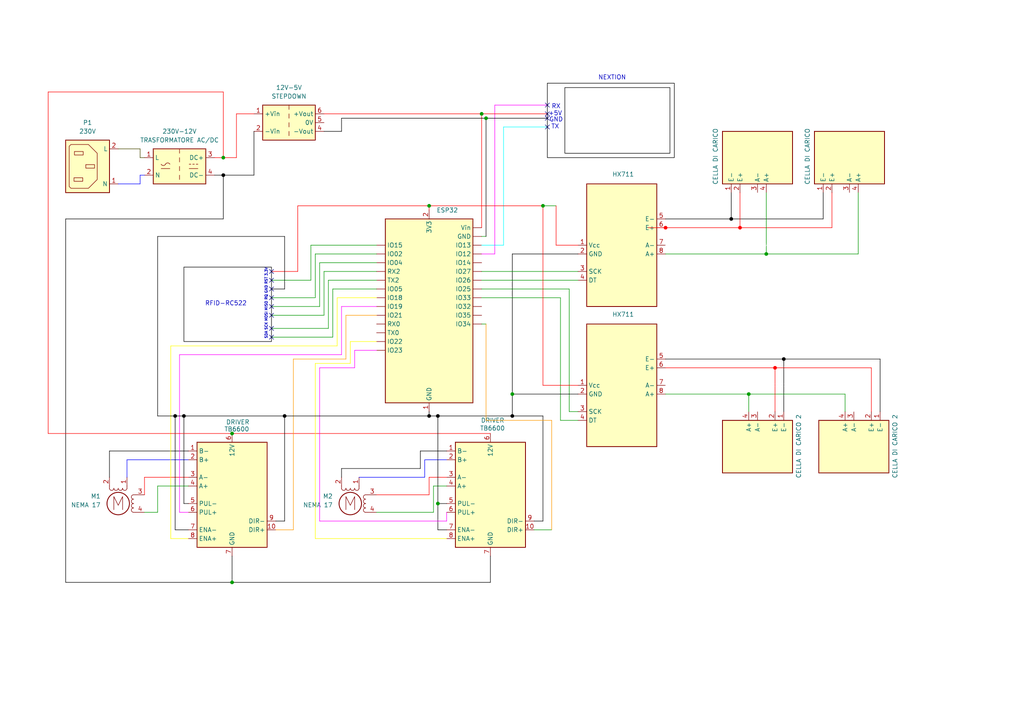
<source format=kicad_sch>
(kicad_sch
	(version 20250114)
	(generator "eeschema")
	(generator_version "9.0")
	(uuid "73612ddb-9361-47f8-a6d3-3226105582b9")
	(paper "A4")
	(title_block
		(title "Distibutore Automatico")
		(date "2025-07-05")
		(rev "1")
		(company "ITS Academy Udine")
	)
	(lib_symbols
		(symbol "Connector:IEC_60320_C13_Plug"
			(exclude_from_sim no)
			(in_bom yes)
			(on_board yes)
			(property "Reference" "P1"
				(at 0 12.7 0)
				(effects
					(font
						(size 1.27 1.27)
					)
				)
			)
			(property "Value" "230V"
				(at 0 10.16 0)
				(effects
					(font
						(size 1.27 1.27)
					)
				)
			)
			(property "Footprint" ""
				(at -4.064 -1.016 0)
				(effects
					(font
						(size 1.27 1.27)
					)
					(hide yes)
				)
			)
			(property "Datasheet" "~"
				(at -4.064 -1.016 0)
				(effects
					(font
						(size 1.27 1.27)
					)
					(hide yes)
				)
			)
			(property "Description" "C13 Plug, 10A max"
				(at -2.159 -1.016 0)
				(effects
					(font
						(size 1.27 1.27)
					)
					(hide yes)
				)
			)
			(property "ki_keywords" "Receptacle C13 IEC320"
				(at 0 0 0)
				(effects
					(font
						(size 1.27 1.27)
					)
					(hide yes)
				)
			)
			(property "ki_fp_filters" "C*13*Plug*"
				(at 0 0 0)
				(effects
					(font
						(size 1.27 1.27)
					)
					(hide yes)
				)
			)
			(symbol "IEC_60320_C13_Plug_1_1"
				(rectangle
					(start -6.35 7.62)
					(end 6.35 -7.62)
					(stroke
						(width 0.254)
						(type default)
					)
					(fill
						(type background)
					)
				)
				(polyline
					(pts
						(xy -4.826 -6.35) (xy -5.334 -5.842) (xy -5.334 5.842) (xy -4.826 6.35) (xy 0.254 6.35) (xy 2.794 3.81)
						(xy 2.794 -3.81) (xy 0.254 -6.35) (xy -4.826 -6.35)
					)
					(stroke
						(width 0)
						(type default)
					)
					(fill
						(type background)
					)
				)
				(rectangle
					(start -3.937 -3.302)
					(end -1.397 -4.318)
					(stroke
						(width 0)
						(type default)
					)
					(fill
						(type none)
					)
				)
				(rectangle
					(start -3.81 4.318)
					(end -1.27 3.302)
					(stroke
						(width 0)
						(type default)
					)
					(fill
						(type none)
					)
				)
				(rectangle
					(start -0.508 0.508)
					(end 2.032 -0.508)
					(stroke
						(width 0)
						(type default)
					)
					(fill
						(type none)
					)
				)
				(pin power_in line
					(at 8.89 5.08 180)
					(length 2.54)
					(name "L"
						(effects
							(font
								(size 1.27 1.27)
							)
						)
					)
					(number "2"
						(effects
							(font
								(size 1.27 1.27)
							)
						)
					)
				)
				(pin bidirectional line
					(at 8.89 0 180)
					(length 2.54)
					(hide yes)
					(name "PE"
						(effects
							(font
								(size 1.27 1.27)
							)
						)
					)
					(number "3"
						(effects
							(font
								(size 1.27 1.27)
							)
						)
					)
				)
				(pin power_in line
					(at 8.89 -5.08 180)
					(length 2.54)
					(name "N"
						(effects
							(font
								(size 1.27 1.27)
							)
						)
					)
					(number "1"
						(effects
							(font
								(size 1.27 1.27)
							)
						)
					)
				)
			)
			(embedded_fonts no)
		)
		(symbol "Converter_ACDC:VTX-214-010-112"
			(exclude_from_sim no)
			(in_bom yes)
			(on_board yes)
			(property "Reference" "PS"
				(at 0 8.89 0)
				(effects
					(font
						(size 1.27 1.27)
					)
				)
			)
			(property "Value" "VTX-214-010-112"
				(at 0 6.35 0)
				(effects
					(font
						(size 1.27 1.27)
					)
				)
			)
			(property "Footprint" "Converter_ACDC:Converter_ACDC_Vigortronix_VTX-214-010-1xx_THT"
				(at 0 11.43 0)
				(effects
					(font
						(size 1.27 1.27)
					)
					(hide yes)
				)
			)
			(property "Datasheet" "http://www.vigortronix.com/10WattACDCPCBPowerModule.aspx"
				(at 27.94 -20.32 0)
				(effects
					(font
						(size 1.27 1.27)
					)
					(hide yes)
				)
			)
			(property "Description" "12V Vigortronix 10W ACDC Converters"
				(at 0 0 0)
				(effects
					(font
						(size 1.27 1.27)
					)
					(hide yes)
				)
			)
			(property "ki_keywords" "12V 10W AC-DC module power supply"
				(at 0 0 0)
				(effects
					(font
						(size 1.27 1.27)
					)
					(hide yes)
				)
			)
			(property "ki_fp_filters" "Converter*ACDC*Vigortronix*VTX*214*010*1xx*"
				(at 0 0 0)
				(effects
					(font
						(size 1.27 1.27)
					)
					(hide yes)
				)
			)
			(symbol "VTX-214-010-112_0_1"
				(rectangle
					(start -7.62 5.08)
					(end 7.62 -5.08)
					(stroke
						(width 0.254)
						(type default)
					)
					(fill
						(type background)
					)
				)
				(polyline
					(pts
						(xy -5.334 -0.635) (xy -2.794 -0.635)
					)
					(stroke
						(width 0)
						(type default)
					)
					(fill
						(type none)
					)
				)
				(arc
					(start -4.064 0.635)
					(mid -4.699 0.2495)
					(end -5.334 0.635)
					(stroke
						(width 0)
						(type default)
					)
					(fill
						(type none)
					)
				)
				(arc
					(start -4.064 0.635)
					(mid -3.429 1.0072)
					(end -2.794 0.635)
					(stroke
						(width 0)
						(type default)
					)
					(fill
						(type none)
					)
				)
				(polyline
					(pts
						(xy 2.794 0.635) (xy 3.302 0.635)
					)
					(stroke
						(width 0)
						(type default)
					)
					(fill
						(type none)
					)
				)
				(polyline
					(pts
						(xy 2.794 -0.635) (xy 5.334 -0.635)
					)
					(stroke
						(width 0)
						(type default)
					)
					(fill
						(type none)
					)
				)
				(polyline
					(pts
						(xy 3.81 0.635) (xy 4.318 0.635)
					)
					(stroke
						(width 0)
						(type default)
					)
					(fill
						(type none)
					)
				)
				(polyline
					(pts
						(xy 4.826 0.635) (xy 5.334 0.635)
					)
					(stroke
						(width 0)
						(type default)
					)
					(fill
						(type none)
					)
				)
			)
			(symbol "VTX-214-010-112_1_1"
				(polyline
					(pts
						(xy 0 5.08) (xy 0 3.81)
					)
					(stroke
						(width 0)
						(type default)
					)
					(fill
						(type none)
					)
				)
				(polyline
					(pts
						(xy 0 2.54) (xy 0 1.27)
					)
					(stroke
						(width 0)
						(type default)
					)
					(fill
						(type none)
					)
				)
				(polyline
					(pts
						(xy 0 0) (xy 0 -1.27)
					)
					(stroke
						(width 0)
						(type default)
					)
					(fill
						(type none)
					)
				)
				(polyline
					(pts
						(xy 0 -2.54) (xy 0 -3.81)
					)
					(stroke
						(width 0)
						(type default)
					)
					(fill
						(type none)
					)
				)
				(pin power_in line
					(at -10.16 2.54 0)
					(length 2.54)
					(name "L"
						(effects
							(font
								(size 1.27 1.27)
							)
						)
					)
					(number "1"
						(effects
							(font
								(size 1.27 1.27)
							)
						)
					)
				)
				(pin power_in line
					(at -10.16 -2.54 0)
					(length 2.54)
					(name "N"
						(effects
							(font
								(size 1.27 1.27)
							)
						)
					)
					(number "2"
						(effects
							(font
								(size 1.27 1.27)
							)
						)
					)
				)
				(pin power_out line
					(at 10.16 2.54 180)
					(length 2.54)
					(name "DC+"
						(effects
							(font
								(size 1.27 1.27)
							)
						)
					)
					(number "3"
						(effects
							(font
								(size 1.27 1.27)
							)
						)
					)
				)
				(pin power_out line
					(at 10.16 -2.54 180)
					(length 2.54)
					(name "DC-"
						(effects
							(font
								(size 1.27 1.27)
							)
						)
					)
					(number "4"
						(effects
							(font
								(size 1.27 1.27)
							)
						)
					)
				)
			)
			(embedded_fonts no)
		)
		(symbol "Converter_DCDC:IA0503S"
			(exclude_from_sim no)
			(in_bom yes)
			(on_board yes)
			(property "Reference" "PS"
				(at -7.62 6.35 0)
				(effects
					(font
						(size 1.27 1.27)
					)
					(justify left)
				)
			)
			(property "Value" "IA0503S"
				(at 1.27 6.35 0)
				(effects
					(font
						(size 1.27 1.27)
					)
					(justify left)
				)
			)
			(property "Footprint" "Converter_DCDC:Converter_DCDC_XP_POWER-IAxxxxS_THT"
				(at -26.67 -6.35 0)
				(effects
					(font
						(size 1.27 1.27)
					)
					(justify left)
					(hide yes)
				)
			)
			(property "Datasheet" "https://www.xppower.com/pdfs/SF_IA.pdf"
				(at 26.67 -7.62 0)
				(effects
					(font
						(size 1.27 1.27)
					)
					(justify left)
					(hide yes)
				)
			)
			(property "Description" "XP Power 1W, 1000 VDC Isolated DC/DC Converter Module, Dual Output Voltage ±3.3V, ±151mA, 5V Input Voltage, SIP"
				(at 0 0 0)
				(effects
					(font
						(size 1.27 1.27)
					)
					(hide yes)
				)
			)
			(property "ki_keywords" "XP_POWER DC/DC isolated Converter module"
				(at 0 0 0)
				(effects
					(font
						(size 1.27 1.27)
					)
					(hide yes)
				)
			)
			(property "ki_fp_filters" "*XP?POWER?IAxxxxS*"
				(at 0 0 0)
				(effects
					(font
						(size 1.27 1.27)
					)
					(hide yes)
				)
			)
			(symbol "IA0503S_0_0"
				(pin power_in line
					(at -10.16 2.54 0)
					(length 2.54)
					(name "+Vin"
						(effects
							(font
								(size 1.27 1.27)
							)
						)
					)
					(number "1"
						(effects
							(font
								(size 1.27 1.27)
							)
						)
					)
				)
				(pin power_in line
					(at -10.16 -2.54 0)
					(length 2.54)
					(name "-Vin"
						(effects
							(font
								(size 1.27 1.27)
							)
						)
					)
					(number "2"
						(effects
							(font
								(size 1.27 1.27)
							)
						)
					)
				)
				(pin power_out line
					(at 10.16 2.54 180)
					(length 2.54)
					(name "+Vout"
						(effects
							(font
								(size 1.27 1.27)
							)
						)
					)
					(number "6"
						(effects
							(font
								(size 1.27 1.27)
							)
						)
					)
				)
				(pin power_out line
					(at 10.16 0 180)
					(length 2.54)
					(name "0V"
						(effects
							(font
								(size 1.27 1.27)
							)
						)
					)
					(number "5"
						(effects
							(font
								(size 1.27 1.27)
							)
						)
					)
				)
				(pin power_out line
					(at 10.16 -2.54 180)
					(length 2.54)
					(name "-Vout"
						(effects
							(font
								(size 1.27 1.27)
							)
						)
					)
					(number "4"
						(effects
							(font
								(size 1.27 1.27)
							)
						)
					)
				)
			)
			(symbol "IA0503S_0_1"
				(rectangle
					(start -7.62 5.08)
					(end 7.62 -5.08)
					(stroke
						(width 0.254)
						(type default)
					)
					(fill
						(type background)
					)
				)
				(polyline
					(pts
						(xy 0 5.08) (xy 0 3.81)
					)
					(stroke
						(width 0)
						(type default)
					)
					(fill
						(type none)
					)
				)
				(polyline
					(pts
						(xy 0 2.54) (xy 0 1.27)
					)
					(stroke
						(width 0)
						(type default)
					)
					(fill
						(type none)
					)
				)
				(polyline
					(pts
						(xy 0 0) (xy 0 -1.27)
					)
					(stroke
						(width 0)
						(type default)
					)
					(fill
						(type none)
					)
				)
				(polyline
					(pts
						(xy 0 -2.54) (xy 0 -3.81)
					)
					(stroke
						(width 0)
						(type default)
					)
					(fill
						(type none)
					)
				)
			)
			(embedded_fonts no)
		)
		(symbol "Driver_Motor:STSPIN230"
			(exclude_from_sim no)
			(in_bom yes)
			(on_board yes)
			(property "Reference" "U2"
				(at 2.1433 20.32 0)
				(effects
					(font
						(size 1.27 1.27)
					)
					(justify left)
				)
			)
			(property "Value" "STSPIN230"
				(at 2.1433 17.78 0)
				(effects
					(font
						(size 1.27 1.27)
					)
					(justify left)
				)
			)
			(property "Footprint" "Package_DFN_QFN:VQFN-16-1EP_3x3mm_P0.5mm_EP1.8x1.8mm"
				(at 5.08 19.05 0)
				(effects
					(font
						(size 1.27 1.27)
					)
					(justify left)
					(hide yes)
				)
			)
			(property "Datasheet" "www.st.com/resource/en/datasheet/stspin230.pdf"
				(at 3.81 6.35 0)
				(effects
					(font
						(size 1.27 1.27)
					)
					(hide yes)
				)
			)
			(property "Description" "Low voltage triple half-bridge motor driver, 1.8V to 10V input, 1.3Arms output, 0.4Ω Rdson per phase (typical), QFN-16 package"
				(at 0 0 0)
				(effects
					(font
						(size 1.27 1.27)
					)
					(hide yes)
				)
			)
			(property "ki_keywords" "motor driver half-bridge"
				(at 0 0 0)
				(effects
					(font
						(size 1.27 1.27)
					)
					(hide yes)
				)
			)
			(property "ki_fp_filters" "VQFN*1EP*3x3mm*P0.5mm*"
				(at 0 0 0)
				(effects
					(font
						(size 1.27 1.27)
					)
					(hide yes)
				)
			)
			(symbol "STSPIN230_0_1"
				(rectangle
					(start -10.16 15.24)
					(end 10.16 -15.24)
					(stroke
						(width 0.254)
						(type default)
					)
					(fill
						(type background)
					)
				)
			)
			(symbol "STSPIN230_1_1"
				(pin input line
					(at -12.7 12.7 0)
					(length 2.54)
					(name "B-"
						(effects
							(font
								(size 1.27 1.27)
							)
						)
					)
					(number "1"
						(effects
							(font
								(size 1.27 1.27)
							)
						)
					)
				)
				(pin input line
					(at -12.7 10.16 0)
					(length 2.54)
					(name "B+"
						(effects
							(font
								(size 1.27 1.27)
							)
						)
					)
					(number "2"
						(effects
							(font
								(size 1.27 1.27)
							)
						)
					)
				)
				(pin input line
					(at -12.7 5.08 0)
					(length 2.54)
					(name "A-"
						(effects
							(font
								(size 1.27 1.27)
							)
						)
					)
					(number "3"
						(effects
							(font
								(size 1.27 1.27)
							)
						)
					)
				)
				(pin input line
					(at -12.7 2.54 0)
					(length 2.54)
					(name "A+"
						(effects
							(font
								(size 1.27 1.27)
							)
						)
					)
					(number "4"
						(effects
							(font
								(size 1.27 1.27)
							)
						)
					)
				)
				(pin input line
					(at -12.7 -2.54 0)
					(length 2.54)
					(name "PUL-"
						(effects
							(font
								(size 1.27 1.27)
							)
						)
					)
					(number "5"
						(effects
							(font
								(size 1.27 1.27)
							)
						)
					)
				)
				(pin input line
					(at -12.7 -5.08 0)
					(length 2.54)
					(name "PUL+"
						(effects
							(font
								(size 1.27 1.27)
							)
						)
					)
					(number "6"
						(effects
							(font
								(size 1.27 1.27)
							)
						)
					)
				)
				(pin bidirectional line
					(at -12.7 -10.16 0)
					(length 2.54)
					(name "ENA-"
						(effects
							(font
								(size 1.27 1.27)
							)
						)
					)
					(number "7"
						(effects
							(font
								(size 1.27 1.27)
							)
						)
					)
				)
				(pin input line
					(at -12.7 -12.7 0)
					(length 2.54)
					(name "ENA+"
						(effects
							(font
								(size 1.27 1.27)
							)
						)
					)
					(number "8"
						(effects
							(font
								(size 1.27 1.27)
							)
						)
					)
				)
				(pin power_in line
					(at 0 17.78 270)
					(length 2.54)
					(name "12V"
						(effects
							(font
								(size 1.27 1.27)
							)
						)
					)
					(number "6"
						(effects
							(font
								(size 1.27 1.27)
							)
						)
					)
				)
				(pin passive line
					(at 0 -17.78 90)
					(length 2.54)
					(hide yes)
					(name "GND"
						(effects
							(font
								(size 1.27 1.27)
							)
						)
					)
					(number "17"
						(effects
							(font
								(size 1.27 1.27)
							)
						)
					)
				)
				(pin power_in line
					(at 0 -17.78 90)
					(length 2.54)
					(name "GND"
						(effects
							(font
								(size 1.27 1.27)
							)
						)
					)
					(number "7"
						(effects
							(font
								(size 1.27 1.27)
							)
						)
					)
				)
				(pin no_connect line
					(at 2.54 -15.24 90)
					(length 2.54)
					(hide yes)
					(name "NC"
						(effects
							(font
								(size 1.27 1.27)
							)
						)
					)
					(number "5"
						(effects
							(font
								(size 1.27 1.27)
							)
						)
					)
				)
				(pin power_out line
					(at 12.7 12.7 180)
					(length 2.54)
					(hide yes)
					(name "OUTU"
						(effects
							(font
								(size 1.27 1.27)
							)
						)
					)
					(number "3"
						(effects
							(font
								(size 1.27 1.27)
							)
						)
					)
				)
				(pin power_out line
					(at 12.7 5.08 180)
					(length 2.54)
					(hide yes)
					(name "OUTV"
						(effects
							(font
								(size 1.27 1.27)
							)
						)
					)
					(number "8"
						(effects
							(font
								(size 1.27 1.27)
							)
						)
					)
				)
				(pin power_out line
					(at 12.7 -2.54 180)
					(length 2.54)
					(hide yes)
					(name "OUTW"
						(effects
							(font
								(size 1.27 1.27)
							)
						)
					)
					(number "10"
						(effects
							(font
								(size 1.27 1.27)
							)
						)
					)
				)
				(pin input line
					(at 12.7 -7.62 180)
					(length 2.54)
					(name "DIR-"
						(effects
							(font
								(size 1.27 1.27)
							)
						)
					)
					(number "9"
						(effects
							(font
								(size 1.27 1.27)
							)
						)
					)
				)
				(pin input line
					(at 12.7 -10.16 180)
					(length 2.54)
					(name "DIR+"
						(effects
							(font
								(size 1.27 1.27)
							)
						)
					)
					(number "10"
						(effects
							(font
								(size 1.27 1.27)
							)
						)
					)
				)
			)
			(embedded_fonts no)
		)
		(symbol "HX711_1"
			(exclude_from_sim no)
			(in_bom yes)
			(on_board yes)
			(property "Reference" "U2"
				(at 2.1433 -20.32 0)
				(effects
					(font
						(size 1.27 1.27)
					)
					(justify left)
					(hide yes)
				)
			)
			(property "Value" "HX711"
				(at -2.794 20.574 0)
				(effects
					(font
						(size 1.27 1.27)
					)
					(justify left)
				)
			)
			(property "Footprint" "Package_SO:SOP-16_3.9x9.9mm_P1.27mm"
				(at 3.81 1.27 0)
				(effects
					(font
						(size 1.27 1.27)
					)
					(hide yes)
				)
			)
			(property "Datasheet" "https://web.archive.org/web/20220615044707/https://akizukidenshi.com/download/ds/avia/hx711.pdf"
				(at 3.81 -1.27 0)
				(effects
					(font
						(size 1.27 1.27)
					)
					(hide yes)
				)
			)
			(property "Description" "24-Bit Analog-to-Digital Converter (ADC) for Weight Scales"
				(at 0 0 0)
				(effects
					(font
						(size 1.27 1.27)
					)
					(hide yes)
				)
			)
			(property "ki_keywords" "adc load cell 24-bits analog weight"
				(at 0 0 0)
				(effects
					(font
						(size 1.27 1.27)
					)
					(hide yes)
				)
			)
			(property "ki_fp_filters" "SOP*3.9x9.9mm*P1.27mm*"
				(at 0 0 0)
				(effects
					(font
						(size 1.27 1.27)
					)
					(hide yes)
				)
			)
			(symbol "HX711_1_0_1"
				(rectangle
					(start -10.16 17.78)
					(end 10.16 -17.78)
					(stroke
						(width 0.254)
						(type default)
					)
					(fill
						(type background)
					)
				)
			)
			(symbol "HX711_1_1_1"
				(pin passive line
					(at -12.7 12.7 0)
					(length 2.54)
					(hide yes)
					(name "BASE"
						(effects
							(font
								(size 1.27 1.27)
							)
						)
					)
					(number "2"
						(effects
							(font
								(size 1.27 1.27)
							)
						)
					)
				)
				(pin power_in line
					(at -12.7 10.16 0)
					(length 2.54)
					(hide yes)
					(name "AVDD"
						(effects
							(font
								(size 1.27 1.27)
							)
						)
					)
					(number "3"
						(effects
							(font
								(size 1.27 1.27)
							)
						)
					)
				)
				(pin input line
					(at -12.7 7.62 0)
					(length 2.54)
					(hide yes)
					(name "VFB"
						(effects
							(font
								(size 1.27 1.27)
							)
						)
					)
					(number "4"
						(effects
							(font
								(size 1.27 1.27)
							)
						)
					)
				)
				(pin input line
					(at -12.7 0 0)
					(length 2.54)
					(name "Vcc"
						(effects
							(font
								(size 1.27 1.27)
							)
						)
					)
					(number "1"
						(effects
							(font
								(size 1.27 1.27)
							)
						)
					)
				)
				(pin input line
					(at -12.7 -2.54 0)
					(length 2.54)
					(name "GND"
						(effects
							(font
								(size 1.27 1.27)
							)
						)
					)
					(number "2"
						(effects
							(font
								(size 1.27 1.27)
							)
						)
					)
				)
				(pin input line
					(at -12.7 -7.62 0)
					(length 2.54)
					(name "SCK"
						(effects
							(font
								(size 1.27 1.27)
							)
						)
					)
					(number "3"
						(effects
							(font
								(size 1.27 1.27)
							)
						)
					)
				)
				(pin input line
					(at -12.7 -10.16 0)
					(length 2.54)
					(name "DT"
						(effects
							(font
								(size 1.27 1.27)
							)
						)
					)
					(number "4"
						(effects
							(font
								(size 1.27 1.27)
							)
						)
					)
				)
				(pin passive line
					(at -12.7 -15.24 0)
					(length 2.54)
					(hide yes)
					(name "VBG"
						(effects
							(font
								(size 1.27 1.27)
							)
						)
					)
					(number "6"
						(effects
							(font
								(size 1.27 1.27)
							)
						)
					)
				)
				(pin power_in line
					(at -2.54 20.32 270)
					(length 2.54)
					(hide yes)
					(name "VSUP"
						(effects
							(font
								(size 1.27 1.27)
							)
						)
					)
					(number "1"
						(effects
							(font
								(size 1.27 1.27)
							)
						)
					)
				)
				(pin power_in line
					(at 0 -20.32 90)
					(length 2.54)
					(hide yes)
					(name "AGND"
						(effects
							(font
								(size 1.27 1.27)
							)
						)
					)
					(number "5"
						(effects
							(font
								(size 1.27 1.27)
							)
						)
					)
				)
				(pin power_in line
					(at 2.54 20.32 270)
					(length 2.54)
					(hide yes)
					(name "DVDD"
						(effects
							(font
								(size 1.27 1.27)
							)
						)
					)
					(number "16"
						(effects
							(font
								(size 1.27 1.27)
							)
						)
					)
				)
				(pin output line
					(at 12.7 7.62 180)
					(length 2.54)
					(name "E-"
						(effects
							(font
								(size 1.27 1.27)
							)
						)
					)
					(number "5"
						(effects
							(font
								(size 1.27 1.27)
							)
						)
					)
				)
				(pin input line
					(at 12.7 5.08 180)
					(length 2.54)
					(name "E+"
						(effects
							(font
								(size 1.27 1.27)
							)
						)
					)
					(number "6"
						(effects
							(font
								(size 1.27 1.27)
							)
						)
					)
				)
				(pin passive line
					(at 12.7 0 180)
					(length 2.54)
					(name "A-"
						(effects
							(font
								(size 1.27 1.27)
							)
						)
					)
					(number "7"
						(effects
							(font
								(size 1.27 1.27)
							)
						)
					)
				)
				(pin passive line
					(at 12.7 -2.54 180)
					(length 2.54)
					(name "A+"
						(effects
							(font
								(size 1.27 1.27)
							)
						)
					)
					(number "8"
						(effects
							(font
								(size 1.27 1.27)
							)
						)
					)
				)
				(pin input line
					(at 12.7 -10.16 180)
					(length 2.54)
					(hide yes)
					(name "RATE"
						(effects
							(font
								(size 1.27 1.27)
							)
						)
					)
					(number "15"
						(effects
							(font
								(size 1.27 1.27)
							)
						)
					)
				)
			)
			(embedded_fonts no)
		)
		(symbol "HX711_2"
			(exclude_from_sim no)
			(in_bom yes)
			(on_board yes)
			(property "Reference" "U2"
				(at 2.1433 -20.32 0)
				(effects
					(font
						(size 1.27 1.27)
					)
					(justify left)
					(hide yes)
				)
			)
			(property "Value" "HX711"
				(at -2.794 20.574 0)
				(effects
					(font
						(size 1.27 1.27)
					)
					(justify left)
				)
			)
			(property "Footprint" "Package_SO:SOP-16_3.9x9.9mm_P1.27mm"
				(at 3.81 1.27 0)
				(effects
					(font
						(size 1.27 1.27)
					)
					(hide yes)
				)
			)
			(property "Datasheet" "https://web.archive.org/web/20220615044707/https://akizukidenshi.com/download/ds/avia/hx711.pdf"
				(at 3.81 -1.27 0)
				(effects
					(font
						(size 1.27 1.27)
					)
					(hide yes)
				)
			)
			(property "Description" "24-Bit Analog-to-Digital Converter (ADC) for Weight Scales"
				(at 0 0 0)
				(effects
					(font
						(size 1.27 1.27)
					)
					(hide yes)
				)
			)
			(property "ki_keywords" "adc load cell 24-bits analog weight"
				(at 0 0 0)
				(effects
					(font
						(size 1.27 1.27)
					)
					(hide yes)
				)
			)
			(property "ki_fp_filters" "SOP*3.9x9.9mm*P1.27mm*"
				(at 0 0 0)
				(effects
					(font
						(size 1.27 1.27)
					)
					(hide yes)
				)
			)
			(symbol "HX711_2_0_1"
				(rectangle
					(start -10.16 17.78)
					(end 10.16 -17.78)
					(stroke
						(width 0.254)
						(type default)
					)
					(fill
						(type background)
					)
				)
			)
			(symbol "HX711_2_1_1"
				(pin passive line
					(at -12.7 12.7 0)
					(length 2.54)
					(hide yes)
					(name "BASE"
						(effects
							(font
								(size 1.27 1.27)
							)
						)
					)
					(number "2"
						(effects
							(font
								(size 1.27 1.27)
							)
						)
					)
				)
				(pin power_in line
					(at -12.7 10.16 0)
					(length 2.54)
					(hide yes)
					(name "AVDD"
						(effects
							(font
								(size 1.27 1.27)
							)
						)
					)
					(number "3"
						(effects
							(font
								(size 1.27 1.27)
							)
						)
					)
				)
				(pin input line
					(at -12.7 7.62 0)
					(length 2.54)
					(hide yes)
					(name "VFB"
						(effects
							(font
								(size 1.27 1.27)
							)
						)
					)
					(number "4"
						(effects
							(font
								(size 1.27 1.27)
							)
						)
					)
				)
				(pin input line
					(at -12.7 0 0)
					(length 2.54)
					(name "Vcc"
						(effects
							(font
								(size 1.27 1.27)
							)
						)
					)
					(number "1"
						(effects
							(font
								(size 1.27 1.27)
							)
						)
					)
				)
				(pin input line
					(at -12.7 -2.54 0)
					(length 2.54)
					(name "GND"
						(effects
							(font
								(size 1.27 1.27)
							)
						)
					)
					(number "2"
						(effects
							(font
								(size 1.27 1.27)
							)
						)
					)
				)
				(pin input line
					(at -12.7 -7.62 0)
					(length 2.54)
					(name "SCK"
						(effects
							(font
								(size 1.27 1.27)
							)
						)
					)
					(number "3"
						(effects
							(font
								(size 1.27 1.27)
							)
						)
					)
				)
				(pin input line
					(at -12.7 -10.16 0)
					(length 2.54)
					(name "DT"
						(effects
							(font
								(size 1.27 1.27)
							)
						)
					)
					(number "4"
						(effects
							(font
								(size 1.27 1.27)
							)
						)
					)
				)
				(pin passive line
					(at -12.7 -15.24 0)
					(length 2.54)
					(hide yes)
					(name "VBG"
						(effects
							(font
								(size 1.27 1.27)
							)
						)
					)
					(number "6"
						(effects
							(font
								(size 1.27 1.27)
							)
						)
					)
				)
				(pin power_in line
					(at -2.54 20.32 270)
					(length 2.54)
					(hide yes)
					(name "VSUP"
						(effects
							(font
								(size 1.27 1.27)
							)
						)
					)
					(number "1"
						(effects
							(font
								(size 1.27 1.27)
							)
						)
					)
				)
				(pin power_in line
					(at 0 -20.32 90)
					(length 2.54)
					(hide yes)
					(name "AGND"
						(effects
							(font
								(size 1.27 1.27)
							)
						)
					)
					(number "5"
						(effects
							(font
								(size 1.27 1.27)
							)
						)
					)
				)
				(pin power_in line
					(at 2.54 20.32 270)
					(length 2.54)
					(hide yes)
					(name "DVDD"
						(effects
							(font
								(size 1.27 1.27)
							)
						)
					)
					(number "16"
						(effects
							(font
								(size 1.27 1.27)
							)
						)
					)
				)
				(pin output line
					(at 12.7 7.62 180)
					(length 2.54)
					(name "E-"
						(effects
							(font
								(size 1.27 1.27)
							)
						)
					)
					(number "5"
						(effects
							(font
								(size 1.27 1.27)
							)
						)
					)
				)
				(pin input line
					(at 12.7 5.08 180)
					(length 2.54)
					(name "E+"
						(effects
							(font
								(size 1.27 1.27)
							)
						)
					)
					(number "6"
						(effects
							(font
								(size 1.27 1.27)
							)
						)
					)
				)
				(pin passive line
					(at 12.7 0 180)
					(length 2.54)
					(name "A-"
						(effects
							(font
								(size 1.27 1.27)
							)
						)
					)
					(number "7"
						(effects
							(font
								(size 1.27 1.27)
							)
						)
					)
				)
				(pin passive line
					(at 12.7 -2.54 180)
					(length 2.54)
					(name "A+"
						(effects
							(font
								(size 1.27 1.27)
							)
						)
					)
					(number "8"
						(effects
							(font
								(size 1.27 1.27)
							)
						)
					)
				)
				(pin input line
					(at 12.7 -10.16 180)
					(length 2.54)
					(hide yes)
					(name "RATE"
						(effects
							(font
								(size 1.27 1.27)
							)
						)
					)
					(number "15"
						(effects
							(font
								(size 1.27 1.27)
							)
						)
					)
				)
			)
			(embedded_fonts no)
		)
		(symbol "Motor:Stepper_Motor_bipolar"
			(pin_names
				(offset 0)
				(hide yes)
			)
			(exclude_from_sim no)
			(in_bom yes)
			(on_board yes)
			(property "Reference" "M"
				(at 3.81 2.54 0)
				(effects
					(font
						(size 1.27 1.27)
					)
					(justify left)
				)
			)
			(property "Value" "Stepper_Motor_bipolar"
				(at 3.81 1.27 0)
				(effects
					(font
						(size 1.27 1.27)
					)
					(justify left top)
				)
			)
			(property "Footprint" ""
				(at 0.254 -0.254 0)
				(effects
					(font
						(size 1.27 1.27)
					)
					(hide yes)
				)
			)
			(property "Datasheet" "http://www.infineon.com/dgdl/Application-Note-TLE8110EE_driving_UniPolarStepperMotor_V1.1.pdf?fileId=db3a30431be39b97011be5d0aa0a00b0"
				(at 0.254 -0.254 0)
				(effects
					(font
						(size 1.27 1.27)
					)
					(hide yes)
				)
			)
			(property "Description" "4-wire bipolar stepper motor"
				(at 0 0 0)
				(effects
					(font
						(size 1.27 1.27)
					)
					(hide yes)
				)
			)
			(property "ki_keywords" "bipolar stepper motor"
				(at 0 0 0)
				(effects
					(font
						(size 1.27 1.27)
					)
					(hide yes)
				)
			)
			(property "ki_fp_filters" "PinHeader*P2.54mm*Vertical* TerminalBlock* Motor*"
				(at 0 0 0)
				(effects
					(font
						(size 1.27 1.27)
					)
					(hide yes)
				)
			)
			(symbol "Stepper_Motor_bipolar_0_0"
				(polyline
					(pts
						(xy -1.27 -1.778) (xy -1.27 2.032) (xy 0 -0.508) (xy 1.27 2.032) (xy 1.27 -1.778)
					)
					(stroke
						(width 0)
						(type default)
					)
					(fill
						(type none)
					)
				)
			)
			(symbol "Stepper_Motor_bipolar_0_1"
				(polyline
					(pts
						(xy -5.08 2.54) (xy -4.445 2.54)
					)
					(stroke
						(width 0)
						(type default)
					)
					(fill
						(type none)
					)
				)
				(polyline
					(pts
						(xy -5.08 -2.54) (xy -4.445 -2.54)
					)
					(stroke
						(width 0)
						(type default)
					)
					(fill
						(type none)
					)
				)
				(arc
					(start -4.445 2.54)
					(mid -3.8127 1.905)
					(end -4.445 1.27)
					(stroke
						(width 0)
						(type default)
					)
					(fill
						(type none)
					)
				)
				(arc
					(start -4.445 1.27)
					(mid -3.8127 0.635)
					(end -4.445 0)
					(stroke
						(width 0)
						(type default)
					)
					(fill
						(type none)
					)
				)
				(arc
					(start -4.445 0)
					(mid -3.8127 -0.635)
					(end -4.445 -1.27)
					(stroke
						(width 0)
						(type default)
					)
					(fill
						(type none)
					)
				)
				(arc
					(start -4.445 -1.27)
					(mid -3.8127 -1.905)
					(end -4.445 -2.54)
					(stroke
						(width 0)
						(type default)
					)
					(fill
						(type none)
					)
				)
				(polyline
					(pts
						(xy -2.54 5.08) (xy -2.54 4.445)
					)
					(stroke
						(width 0)
						(type default)
					)
					(fill
						(type none)
					)
				)
				(arc
					(start -1.27 4.445)
					(mid -1.905 3.8127)
					(end -2.54 4.445)
					(stroke
						(width 0)
						(type default)
					)
					(fill
						(type none)
					)
				)
				(arc
					(start 0 4.445)
					(mid -0.635 3.8127)
					(end -1.27 4.445)
					(stroke
						(width 0)
						(type default)
					)
					(fill
						(type none)
					)
				)
				(circle
					(center 0 0)
					(radius 3.2512)
					(stroke
						(width 0.254)
						(type default)
					)
					(fill
						(type none)
					)
				)
				(arc
					(start 1.27 4.445)
					(mid 0.635 3.8127)
					(end 0 4.445)
					(stroke
						(width 0)
						(type default)
					)
					(fill
						(type none)
					)
				)
				(arc
					(start 2.54 4.445)
					(mid 1.905 3.8127)
					(end 1.27 4.445)
					(stroke
						(width 0)
						(type default)
					)
					(fill
						(type none)
					)
				)
				(polyline
					(pts
						(xy 2.54 5.08) (xy 2.54 4.445)
					)
					(stroke
						(width 0)
						(type default)
					)
					(fill
						(type none)
					)
				)
			)
			(symbol "Stepper_Motor_bipolar_1_1"
				(pin passive line
					(at -7.62 2.54 0)
					(length 2.54)
					(name "~"
						(effects
							(font
								(size 1.27 1.27)
							)
						)
					)
					(number "3"
						(effects
							(font
								(size 1.27 1.27)
							)
						)
					)
				)
				(pin passive line
					(at -7.62 -2.54 0)
					(length 2.54)
					(name "~"
						(effects
							(font
								(size 1.27 1.27)
							)
						)
					)
					(number "4"
						(effects
							(font
								(size 1.27 1.27)
							)
						)
					)
				)
				(pin passive line
					(at -2.54 7.62 270)
					(length 2.54)
					(name "~"
						(effects
							(font
								(size 1.27 1.27)
							)
						)
					)
					(number "1"
						(effects
							(font
								(size 1.27 1.27)
							)
						)
					)
				)
				(pin passive line
					(at 2.54 7.62 270)
					(length 2.54)
					(name "-"
						(effects
							(font
								(size 1.27 1.27)
							)
						)
					)
					(number "2"
						(effects
							(font
								(size 1.27 1.27)
							)
						)
					)
				)
			)
			(embedded_fonts no)
		)
		(symbol "Power_Management:MIC2026-1xM"
			(exclude_from_sim no)
			(in_bom yes)
			(on_board yes)
			(property "Reference" "U4"
				(at 0 15.24 0)
				(effects
					(font
						(size 1.27 1.27)
					)
					(hide yes)
				)
			)
			(property "Value" "CELLA DI CARICO"
				(at 0 12.7 0)
				(effects
					(font
						(size 1.27 1.27)
					)
				)
			)
			(property "Footprint" "Package_SO:SOIC-8_3.9x4.9mm_P1.27mm"
				(at 0 0 0)
				(effects
					(font
						(size 1.27 1.27)
					)
					(hide yes)
				)
			)
			(property "Datasheet" "https://ww1.microchip.com/downloads/aemDocuments/documents/APID/ProductDocuments/DataSheets/MIC2026-MIC2076-Dual-Channel-Power-Distribution-Switch-DS20006443A.pdf"
				(at 0 0 0)
				(effects
					(font
						(size 1.27 1.27)
					)
					(hide yes)
				)
			)
			(property "Description" "Dual-channel, high side, power distribution switch, 2.7V-5.5V, Active High Output, SOIC-8"
				(at 0 0 0)
				(effects
					(font
						(size 1.27 1.27)
					)
					(hide yes)
				)
			)
			(property "ki_keywords" "mosfet distribution"
				(at 0 0 0)
				(effects
					(font
						(size 1.27 1.27)
					)
					(hide yes)
				)
			)
			(property "ki_fp_filters" "SOIC*3.9x4.9mm*P1.27mm*"
				(at 0 0 0)
				(effects
					(font
						(size 1.27 1.27)
					)
					(hide yes)
				)
			)
			(symbol "MIC2026-1xM_0_1"
				(rectangle
					(start -7.62 -10.16)
					(end 7.62 10.16)
					(stroke
						(width 0.254)
						(type default)
					)
					(fill
						(type background)
					)
				)
			)
			(symbol "MIC2026-1xM_1_1"
				(pin input line
					(at -10.16 7.62 0)
					(length 2.54)
					(name "E-"
						(effects
							(font
								(size 1.27 1.27)
							)
						)
					)
					(number "1"
						(effects
							(font
								(size 1.27 1.27)
							)
						)
					)
				)
				(pin output line
					(at -10.16 5.08 0)
					(length 2.54)
					(name "E+"
						(effects
							(font
								(size 1.27 1.27)
							)
						)
					)
					(number "2"
						(effects
							(font
								(size 1.27 1.27)
							)
						)
					)
				)
				(pin input line
					(at -10.16 0 0)
					(length 2.54)
					(name "A-"
						(effects
							(font
								(size 1.27 1.27)
							)
						)
					)
					(number "3"
						(effects
							(font
								(size 1.27 1.27)
							)
						)
					)
				)
				(pin output line
					(at -10.16 -2.54 0)
					(length 2.54)
					(name "A+"
						(effects
							(font
								(size 1.27 1.27)
							)
						)
					)
					(number "4"
						(effects
							(font
								(size 1.27 1.27)
							)
						)
					)
				)
				(pin power_in line
					(at 0 -12.7 90)
					(length 2.54)
					(hide yes)
					(name "GND"
						(effects
							(font
								(size 1.27 1.27)
							)
						)
					)
					(number "6"
						(effects
							(font
								(size 1.27 1.27)
							)
						)
					)
				)
				(pin power_in line
					(at 10.16 7.62 180)
					(length 2.54)
					(hide yes)
					(name "IN"
						(effects
							(font
								(size 1.27 1.27)
							)
						)
					)
					(number "7"
						(effects
							(font
								(size 1.27 1.27)
							)
						)
					)
				)
				(pin power_out line
					(at 10.16 2.54 180)
					(length 2.54)
					(hide yes)
					(name "OUTA"
						(effects
							(font
								(size 1.27 1.27)
							)
						)
					)
					(number "8"
						(effects
							(font
								(size 1.27 1.27)
							)
						)
					)
				)
				(pin power_out line
					(at 10.16 -2.54 180)
					(length 2.54)
					(hide yes)
					(name "OUTB"
						(effects
							(font
								(size 1.27 1.27)
							)
						)
					)
					(number "5"
						(effects
							(font
								(size 1.27 1.27)
							)
						)
					)
				)
			)
			(embedded_fonts no)
		)
		(symbol "RF_Module:ESP32-S2-WROVER"
			(exclude_from_sim no)
			(in_bom yes)
			(on_board yes)
			(property "Reference" "U1"
				(at 2.1433 33.02 0)
				(effects
					(font
						(size 1.27 1.27)
					)
					(justify left)
					(hide yes)
				)
			)
			(property "Value" "ESP32"
				(at 2.1433 30.48 0)
				(effects
					(font
						(size 1.27 1.27)
					)
					(justify left)
				)
			)
			(property "Footprint" "RF_Module:ESP32-S2-WROVER"
				(at 19.05 -29.21 0)
				(effects
					(font
						(size 1.27 1.27)
					)
					(hide yes)
				)
			)
			(property "Datasheet" "https://www.espressif.com/sites/default/files/documentation/esp32-s2-wroom_esp32-s2-wroom-i_datasheet_en.pdf"
				(at -7.62 -20.32 0)
				(effects
					(font
						(size 1.27 1.27)
					)
					(hide yes)
				)
			)
			(property "Description" "RF Module, ESP32-D0WDQ6 SoC, Wi-Fi 802.11b/g/n, 32-bit, 2.7-3.6V, onboard antenna, SMD"
				(at 0 0 0)
				(effects
					(font
						(size 1.27 1.27)
					)
					(hide yes)
				)
			)
			(property "ki_keywords" "RF Radio ESP ESP32 Espressif onboard PCB antenna"
				(at 0 0 0)
				(effects
					(font
						(size 1.27 1.27)
					)
					(hide yes)
				)
			)
			(property "ki_fp_filters" "ESP32?S2?WROVER*"
				(at 0 0 0)
				(effects
					(font
						(size 1.27 1.27)
					)
					(hide yes)
				)
			)
			(symbol "ESP32-S2-WROVER_0_1"
				(rectangle
					(start -12.7 27.94)
					(end 12.7 -25.4)
					(stroke
						(width 0.254)
						(type default)
					)
					(fill
						(type background)
					)
				)
			)
			(symbol "ESP32-S2-WROVER_1_1"
				(pin input line
					(at -15.24 25.4 0)
					(length 2.54)
					(hide yes)
					(name "EN"
						(effects
							(font
								(size 1.27 1.27)
							)
						)
					)
					(number "41"
						(effects
							(font
								(size 1.27 1.27)
							)
						)
					)
				)
				(pin bidirectional line
					(at -15.24 22.86 0)
					(length 2.54)
					(hide yes)
					(name "IO00"
						(effects
							(font
								(size 1.27 1.27)
							)
						)
					)
					(number "3"
						(effects
							(font
								(size 1.27 1.27)
							)
						)
					)
				)
				(pin bidirectional line
					(at -15.24 20.32 0)
					(length 2.54)
					(name "IO15"
						(effects
							(font
								(size 1.27 1.27)
							)
						)
					)
					(number ""
						(effects
							(font
								(size 1.27 1.27)
							)
						)
					)
				)
				(pin bidirectional line
					(at -15.24 17.78 0)
					(length 2.54)
					(name "IO02"
						(effects
							(font
								(size 1.27 1.27)
							)
						)
					)
					(number ""
						(effects
							(font
								(size 1.27 1.27)
							)
						)
					)
				)
				(pin bidirectional line
					(at -15.24 15.24 0)
					(length 2.54)
					(name "IO04"
						(effects
							(font
								(size 1.27 1.27)
							)
						)
					)
					(number ""
						(effects
							(font
								(size 1.27 1.27)
							)
						)
					)
				)
				(pin bidirectional line
					(at -15.24 12.7 0)
					(length 2.54)
					(name "RX2"
						(effects
							(font
								(size 1.27 1.27)
							)
						)
					)
					(number ""
						(effects
							(font
								(size 1.27 1.27)
							)
						)
					)
				)
				(pin bidirectional line
					(at -15.24 10.16 0)
					(length 2.54)
					(name "TX2"
						(effects
							(font
								(size 1.27 1.27)
							)
						)
					)
					(number ""
						(effects
							(font
								(size 1.27 1.27)
							)
						)
					)
				)
				(pin bidirectional line
					(at -15.24 7.62 0)
					(length 2.54)
					(name "IO05"
						(effects
							(font
								(size 1.27 1.27)
							)
						)
					)
					(number ""
						(effects
							(font
								(size 1.27 1.27)
							)
						)
					)
				)
				(pin bidirectional line
					(at -15.24 5.08 0)
					(length 2.54)
					(name "IO18"
						(effects
							(font
								(size 1.27 1.27)
							)
						)
					)
					(number ""
						(effects
							(font
								(size 1.27 1.27)
							)
						)
					)
				)
				(pin bidirectional line
					(at -15.24 2.54 0)
					(length 2.54)
					(name "IO19"
						(effects
							(font
								(size 1.27 1.27)
							)
						)
					)
					(number ""
						(effects
							(font
								(size 1.27 1.27)
							)
						)
					)
				)
				(pin bidirectional line
					(at -15.24 0 0)
					(length 2.54)
					(name "IO21"
						(effects
							(font
								(size 1.27 1.27)
							)
						)
					)
					(number ""
						(effects
							(font
								(size 1.27 1.27)
							)
						)
					)
				)
				(pin bidirectional line
					(at -15.24 -2.54 0)
					(length 2.54)
					(name "RX0"
						(effects
							(font
								(size 1.27 1.27)
							)
						)
					)
					(number ""
						(effects
							(font
								(size 1.27 1.27)
							)
						)
					)
				)
				(pin bidirectional line
					(at -15.24 -5.08 0)
					(length 2.54)
					(name "TX0"
						(effects
							(font
								(size 1.27 1.27)
							)
						)
					)
					(number ""
						(effects
							(font
								(size 1.27 1.27)
							)
						)
					)
				)
				(pin bidirectional line
					(at -15.24 -7.62 0)
					(length 2.54)
					(name "IO22"
						(effects
							(font
								(size 1.27 1.27)
							)
						)
					)
					(number ""
						(effects
							(font
								(size 1.27 1.27)
							)
						)
					)
				)
				(pin bidirectional line
					(at -15.24 -10.16 0)
					(length 2.54)
					(name "IO23"
						(effects
							(font
								(size 1.27 1.27)
							)
						)
					)
					(number ""
						(effects
							(font
								(size 1.27 1.27)
							)
						)
					)
				)
				(pin bidirectional line
					(at -15.24 -12.7 0)
					(length 2.54)
					(hide yes)
					(name "IO14"
						(effects
							(font
								(size 1.27 1.27)
							)
						)
					)
					(number "17"
						(effects
							(font
								(size 1.27 1.27)
							)
						)
					)
				)
				(pin bidirectional line
					(at -15.24 -15.24 0)
					(length 2.54)
					(hide yes)
					(name "IO15"
						(effects
							(font
								(size 1.27 1.27)
							)
						)
					)
					(number "18"
						(effects
							(font
								(size 1.27 1.27)
							)
						)
					)
				)
				(pin bidirectional line
					(at -15.24 -17.78 0)
					(length 2.54)
					(hide yes)
					(name "IO16"
						(effects
							(font
								(size 1.27 1.27)
							)
						)
					)
					(number "19"
						(effects
							(font
								(size 1.27 1.27)
							)
						)
					)
				)
				(pin bidirectional line
					(at -15.24 -20.32 0)
					(length 2.54)
					(hide yes)
					(name "IO17"
						(effects
							(font
								(size 1.27 1.27)
							)
						)
					)
					(number "20"
						(effects
							(font
								(size 1.27 1.27)
							)
						)
					)
				)
				(pin bidirectional line
					(at -15.24 -22.86 0)
					(length 2.54)
					(hide yes)
					(name "IO18"
						(effects
							(font
								(size 1.27 1.27)
							)
						)
					)
					(number "21"
						(effects
							(font
								(size 1.27 1.27)
							)
						)
					)
				)
				(pin power_in line
					(at 0 30.48 270)
					(length 2.54)
					(name "3V3"
						(effects
							(font
								(size 1.27 1.27)
							)
						)
					)
					(number "2"
						(effects
							(font
								(size 1.27 1.27)
							)
						)
					)
				)
				(pin power_in line
					(at 0 -27.94 90)
					(length 2.54)
					(name "GND"
						(effects
							(font
								(size 1.27 1.27)
							)
						)
					)
					(number "1"
						(effects
							(font
								(size 1.27 1.27)
							)
						)
					)
				)
				(pin passive line
					(at 0 -27.94 90)
					(length 2.54)
					(hide yes)
					(name "GND"
						(effects
							(font
								(size 1.27 1.27)
							)
						)
					)
					(number "26"
						(effects
							(font
								(size 1.27 1.27)
							)
						)
					)
				)
				(pin passive line
					(at 0 -27.94 90)
					(length 2.54)
					(hide yes)
					(name "GND"
						(effects
							(font
								(size 1.27 1.27)
							)
						)
					)
					(number "42"
						(effects
							(font
								(size 1.27 1.27)
							)
						)
					)
				)
				(pin passive line
					(at 0 -27.94 90)
					(length 2.54)
					(hide yes)
					(name "GND"
						(effects
							(font
								(size 1.27 1.27)
							)
						)
					)
					(number "43"
						(effects
							(font
								(size 1.27 1.27)
							)
						)
					)
				)
				(pin input line
					(at 15.24 25.4 180)
					(length 2.54)
					(name "Vin"
						(effects
							(font
								(size 1.27 1.27)
							)
						)
					)
					(number ""
						(effects
							(font
								(size 1.27 1.27)
							)
						)
					)
				)
				(pin bidirectional line
					(at 15.24 22.86 180)
					(length 2.54)
					(name "GND"
						(effects
							(font
								(size 1.27 1.27)
							)
						)
					)
					(number ""
						(effects
							(font
								(size 1.27 1.27)
							)
						)
					)
				)
				(pin bidirectional line
					(at 15.24 20.32 180)
					(length 2.54)
					(name "IO13"
						(effects
							(font
								(size 1.27 1.27)
							)
						)
					)
					(number ""
						(effects
							(font
								(size 1.27 1.27)
							)
						)
					)
				)
				(pin bidirectional line
					(at 15.24 17.78 180)
					(length 2.54)
					(name "IO12"
						(effects
							(font
								(size 1.27 1.27)
							)
						)
					)
					(number ""
						(effects
							(font
								(size 1.27 1.27)
							)
						)
					)
				)
				(pin bidirectional line
					(at 15.24 15.24 180)
					(length 2.54)
					(name "IO14"
						(effects
							(font
								(size 1.27 1.27)
							)
						)
					)
					(number ""
						(effects
							(font
								(size 1.27 1.27)
							)
						)
					)
				)
				(pin bidirectional line
					(at 15.24 12.7 180)
					(length 2.54)
					(name "IO27"
						(effects
							(font
								(size 1.27 1.27)
							)
						)
					)
					(number ""
						(effects
							(font
								(size 1.27 1.27)
							)
						)
					)
				)
				(pin bidirectional line
					(at 15.24 10.16 180)
					(length 2.54)
					(name "IO26"
						(effects
							(font
								(size 1.27 1.27)
							)
						)
					)
					(number ""
						(effects
							(font
								(size 1.27 1.27)
							)
						)
					)
				)
				(pin bidirectional line
					(at 15.24 7.62 180)
					(length 2.54)
					(name "IO25"
						(effects
							(font
								(size 1.27 1.27)
							)
						)
					)
					(number ""
						(effects
							(font
								(size 1.27 1.27)
							)
						)
					)
				)
				(pin bidirectional line
					(at 15.24 5.08 180)
					(length 2.54)
					(name "IO33"
						(effects
							(font
								(size 1.27 1.27)
							)
						)
					)
					(number ""
						(effects
							(font
								(size 1.27 1.27)
							)
						)
					)
				)
				(pin bidirectional line
					(at 15.24 2.54 180)
					(length 2.54)
					(name "IO32"
						(effects
							(font
								(size 1.27 1.27)
							)
						)
					)
					(number ""
						(effects
							(font
								(size 1.27 1.27)
							)
						)
					)
				)
				(pin bidirectional line
					(at 15.24 0 180)
					(length 2.54)
					(name "IO35"
						(effects
							(font
								(size 1.27 1.27)
							)
						)
					)
					(number ""
						(effects
							(font
								(size 1.27 1.27)
							)
						)
					)
				)
				(pin bidirectional line
					(at 15.24 -2.54 180)
					(length 2.54)
					(name "IO34"
						(effects
							(font
								(size 1.27 1.27)
							)
						)
					)
					(number ""
						(effects
							(font
								(size 1.27 1.27)
							)
						)
					)
				)
				(pin bidirectional line
					(at 15.24 -5.08 180)
					(length 2.54)
					(hide yes)
					(name "IO34"
						(effects
							(font
								(size 1.27 1.27)
							)
						)
					)
					(number "28"
						(effects
							(font
								(size 1.27 1.27)
							)
						)
					)
				)
				(pin bidirectional line
					(at 15.24 -7.62 180)
					(length 2.54)
					(hide yes)
					(name "IO33"
						(effects
							(font
								(size 1.27 1.27)
							)
						)
					)
					(number "27"
						(effects
							(font
								(size 1.27 1.27)
							)
						)
					)
				)
				(pin bidirectional line
					(at 15.24 -10.16 180)
					(length 2.54)
					(hide yes)
					(name "IO26"
						(effects
							(font
								(size 1.27 1.27)
							)
						)
					)
					(number "25"
						(effects
							(font
								(size 1.27 1.27)
							)
						)
					)
				)
				(pin bidirectional line
					(at 15.24 -12.7 180)
					(length 2.54)
					(hide yes)
					(name "IO21"
						(effects
							(font
								(size 1.27 1.27)
							)
						)
					)
					(number "24"
						(effects
							(font
								(size 1.27 1.27)
							)
						)
					)
				)
				(pin bidirectional line
					(at 15.24 -15.24 180)
					(length 2.54)
					(hide yes)
					(name "USB_D+"
						(effects
							(font
								(size 1.27 1.27)
							)
						)
					)
					(number "23"
						(effects
							(font
								(size 1.27 1.27)
							)
						)
					)
				)
				(pin bidirectional line
					(at 15.24 -17.78 180)
					(length 2.54)
					(hide yes)
					(name "USB_D-"
						(effects
							(font
								(size 1.27 1.27)
							)
						)
					)
					(number "22"
						(effects
							(font
								(size 1.27 1.27)
							)
						)
					)
				)
			)
			(embedded_fonts no)
		)
		(symbol "STSPIN230_1"
			(exclude_from_sim no)
			(in_bom yes)
			(on_board yes)
			(property "Reference" "U2"
				(at 2.1433 20.32 0)
				(effects
					(font
						(size 1.27 1.27)
					)
					(justify left)
				)
			)
			(property "Value" "STSPIN230"
				(at 2.1433 17.78 0)
				(effects
					(font
						(size 1.27 1.27)
					)
					(justify left)
				)
			)
			(property "Footprint" "Package_DFN_QFN:VQFN-16-1EP_3x3mm_P0.5mm_EP1.8x1.8mm"
				(at 5.08 19.05 0)
				(effects
					(font
						(size 1.27 1.27)
					)
					(justify left)
					(hide yes)
				)
			)
			(property "Datasheet" "www.st.com/resource/en/datasheet/stspin230.pdf"
				(at 3.81 6.35 0)
				(effects
					(font
						(size 1.27 1.27)
					)
					(hide yes)
				)
			)
			(property "Description" "Low voltage triple half-bridge motor driver, 1.8V to 10V input, 1.3Arms output, 0.4Ω Rdson per phase (typical), QFN-16 package"
				(at 0 0 0)
				(effects
					(font
						(size 1.27 1.27)
					)
					(hide yes)
				)
			)
			(property "ki_keywords" "motor driver half-bridge"
				(at 0 0 0)
				(effects
					(font
						(size 1.27 1.27)
					)
					(hide yes)
				)
			)
			(property "ki_fp_filters" "VQFN*1EP*3x3mm*P0.5mm*"
				(at 0 0 0)
				(effects
					(font
						(size 1.27 1.27)
					)
					(hide yes)
				)
			)
			(symbol "STSPIN230_1_0_1"
				(rectangle
					(start -10.16 15.24)
					(end 10.16 -15.24)
					(stroke
						(width 0.254)
						(type default)
					)
					(fill
						(type background)
					)
				)
			)
			(symbol "STSPIN230_1_1_1"
				(pin input line
					(at -12.7 12.7 0)
					(length 2.54)
					(name "B-"
						(effects
							(font
								(size 1.27 1.27)
							)
						)
					)
					(number "1"
						(effects
							(font
								(size 1.27 1.27)
							)
						)
					)
				)
				(pin input line
					(at -12.7 10.16 0)
					(length 2.54)
					(name "B+"
						(effects
							(font
								(size 1.27 1.27)
							)
						)
					)
					(number "2"
						(effects
							(font
								(size 1.27 1.27)
							)
						)
					)
				)
				(pin input line
					(at -12.7 5.08 0)
					(length 2.54)
					(name "A-"
						(effects
							(font
								(size 1.27 1.27)
							)
						)
					)
					(number "3"
						(effects
							(font
								(size 1.27 1.27)
							)
						)
					)
				)
				(pin input line
					(at -12.7 2.54 0)
					(length 2.54)
					(name "A+"
						(effects
							(font
								(size 1.27 1.27)
							)
						)
					)
					(number "4"
						(effects
							(font
								(size 1.27 1.27)
							)
						)
					)
				)
				(pin input line
					(at -12.7 -2.54 0)
					(length 2.54)
					(name "PUL-"
						(effects
							(font
								(size 1.27 1.27)
							)
						)
					)
					(number "5"
						(effects
							(font
								(size 1.27 1.27)
							)
						)
					)
				)
				(pin input line
					(at -12.7 -5.08 0)
					(length 2.54)
					(name "PUL+"
						(effects
							(font
								(size 1.27 1.27)
							)
						)
					)
					(number "6"
						(effects
							(font
								(size 1.27 1.27)
							)
						)
					)
				)
				(pin bidirectional line
					(at -12.7 -10.16 0)
					(length 2.54)
					(name "ENA-"
						(effects
							(font
								(size 1.27 1.27)
							)
						)
					)
					(number "7"
						(effects
							(font
								(size 1.27 1.27)
							)
						)
					)
				)
				(pin input line
					(at -12.7 -12.7 0)
					(length 2.54)
					(name "ENA+"
						(effects
							(font
								(size 1.27 1.27)
							)
						)
					)
					(number "8"
						(effects
							(font
								(size 1.27 1.27)
							)
						)
					)
				)
				(pin power_in line
					(at 0 17.78 270)
					(length 2.54)
					(name "12V"
						(effects
							(font
								(size 1.27 1.27)
							)
						)
					)
					(number "6"
						(effects
							(font
								(size 1.27 1.27)
							)
						)
					)
				)
				(pin passive line
					(at 0 -17.78 90)
					(length 2.54)
					(hide yes)
					(name "GND"
						(effects
							(font
								(size 1.27 1.27)
							)
						)
					)
					(number "17"
						(effects
							(font
								(size 1.27 1.27)
							)
						)
					)
				)
				(pin power_in line
					(at 0 -17.78 90)
					(length 2.54)
					(name "GND"
						(effects
							(font
								(size 1.27 1.27)
							)
						)
					)
					(number "7"
						(effects
							(font
								(size 1.27 1.27)
							)
						)
					)
				)
				(pin no_connect line
					(at 2.54 -15.24 90)
					(length 2.54)
					(hide yes)
					(name "NC"
						(effects
							(font
								(size 1.27 1.27)
							)
						)
					)
					(number "5"
						(effects
							(font
								(size 1.27 1.27)
							)
						)
					)
				)
				(pin power_out line
					(at 12.7 12.7 180)
					(length 2.54)
					(hide yes)
					(name "OUTU"
						(effects
							(font
								(size 1.27 1.27)
							)
						)
					)
					(number "3"
						(effects
							(font
								(size 1.27 1.27)
							)
						)
					)
				)
				(pin power_out line
					(at 12.7 5.08 180)
					(length 2.54)
					(hide yes)
					(name "OUTV"
						(effects
							(font
								(size 1.27 1.27)
							)
						)
					)
					(number "8"
						(effects
							(font
								(size 1.27 1.27)
							)
						)
					)
				)
				(pin power_out line
					(at 12.7 -2.54 180)
					(length 2.54)
					(hide yes)
					(name "OUTW"
						(effects
							(font
								(size 1.27 1.27)
							)
						)
					)
					(number "10"
						(effects
							(font
								(size 1.27 1.27)
							)
						)
					)
				)
				(pin input line
					(at 12.7 -7.62 180)
					(length 2.54)
					(name "DIR-"
						(effects
							(font
								(size 1.27 1.27)
							)
						)
					)
					(number "9"
						(effects
							(font
								(size 1.27 1.27)
							)
						)
					)
				)
				(pin input line
					(at 12.7 -10.16 180)
					(length 2.54)
					(name "DIR+"
						(effects
							(font
								(size 1.27 1.27)
							)
						)
					)
					(number "10"
						(effects
							(font
								(size 1.27 1.27)
							)
						)
					)
				)
			)
			(embedded_fonts no)
		)
	)
	(rectangle
		(start 158.75 24.13)
		(end 195.58 45.72)
		(stroke
			(width 0)
			(type solid)
			(color 0 0 0 1)
		)
		(fill
			(type none)
		)
		(uuid 4b652442-a598-41ad-9c50-766b66fbf1aa)
	)
	(rectangle
		(start 163.83 25.4)
		(end 194.31 44.45)
		(stroke
			(width 0)
			(type solid)
			(color 0 0 0 1)
		)
		(fill
			(type none)
		)
		(uuid 991a1dbc-5aa8-41bc-a392-5138d42bb550)
	)
	(rectangle
		(start 53.34 77.47)
		(end 78.74 99.06)
		(stroke
			(width 0)
			(type solid)
			(color 0 0 0 1)
		)
		(fill
			(type none)
		)
		(uuid a6bdb099-eaba-42dc-a8ce-95844d9bfdcb)
	)
	(text "GND"
		(exclude_from_sim no)
		(at 77.216 84.074 90)
		(effects
			(font
				(size 0.762 0.762)
			)
		)
		(uuid "291c7c2c-45d1-4c95-b465-76a66e8a2b8a")
	)
	(text "3.3V"
		(exclude_from_sim no)
		(at 77.216 78.994 90)
		(effects
			(font
				(size 0.762 0.762)
			)
		)
		(uuid "2e797c65-457c-43e2-a534-09808b3ede0d")
	)
	(text "RQ"
		(exclude_from_sim no)
		(at 77.216 86.36 90)
		(effects
			(font
				(size 0.762 0.762)
			)
		)
		(uuid "3ade364d-e096-4264-86ea-11257384621c")
	)
	(text "RST"
		(exclude_from_sim no)
		(at 77.216 81.534 90)
		(effects
			(font
				(size 0.762 0.762)
			)
		)
		(uuid "43230dbf-ec1a-421e-a46c-df57ff24eeb5")
	)
	(text "SCK"
		(exclude_from_sim no)
		(at 77.216 94.742 90)
		(effects
			(font
				(size 0.762 0.762)
			)
		)
		(uuid "7810e40f-cabb-4b29-a106-cd49337021cb")
	)
	(text "RX"
		(exclude_from_sim no)
		(at 161.29 30.988 0)
		(effects
			(font
				(size 1.27 1.27)
			)
		)
		(uuid "9f56356b-6465-4f35-8c16-d41cc5b8e9fb")
	)
	(text "SDA"
		(exclude_from_sim no)
		(at 77.216 97.282 90)
		(effects
			(font
				(size 0.762 0.762)
			)
		)
		(uuid "a7b53481-17ea-4832-b6d1-b6be6e95316e")
	)
	(text "MOSI"
		(exclude_from_sim no)
		(at 77.216 91.948 90)
		(effects
			(font
				(size 0.762 0.762)
			)
		)
		(uuid "c7d3ce5b-2bbe-462e-86f6-7dc0728578e3")
	)
	(text "+5V"
		(exclude_from_sim no)
		(at 161.036 33.02 0)
		(effects
			(font
				(size 1.27 1.27)
			)
		)
		(uuid "ce32f83c-06b7-483f-9bea-0d0c002fb9ca")
	)
	(text "RFID-RC522"
		(exclude_from_sim no)
		(at 65.532 88.138 0)
		(effects
			(font
				(size 1.27 1.27)
			)
		)
		(uuid "d4a48f31-17bf-4129-ae1c-1313cea70c29")
	)
	(text "GND"
		(exclude_from_sim no)
		(at 161.29 34.798 0)
		(effects
			(font
				(size 1.27 1.27)
			)
		)
		(uuid "e6c69162-0f22-45fb-a053-3cd7c5a74ea2")
	)
	(text "MISO"
		(exclude_from_sim no)
		(at 77.216 88.9 90)
		(effects
			(font
				(size 0.762 0.762)
			)
		)
		(uuid "ec1cca75-8256-410f-8425-62fdd233091d")
	)
	(text "NEXTION"
		(exclude_from_sim no)
		(at 177.546 22.606 0)
		(effects
			(font
				(size 1.27 1.27)
			)
		)
		(uuid "f52ee8cb-81f7-444c-bec2-30c4a6d28d40")
	)
	(text "TX"
		(exclude_from_sim no)
		(at 161.036 36.83 0)
		(effects
			(font
				(size 1.27 1.27)
			)
		)
		(uuid "fd66cfda-936e-4a25-be52-12bfb71745d2")
	)
	(junction
		(at 139.7 33.02)
		(diameter 0)
		(color 0 0 0 0)
		(uuid "1608e5ac-2049-43be-9dc6-2825373b94d4")
	)
	(junction
		(at 82.55 120.65)
		(diameter 0)
		(color 0 0 0 1)
		(uuid "2a97089c-f3cf-4ee8-90ab-83b859e7d799")
	)
	(junction
		(at 227.33 104.14)
		(diameter 0)
		(color 0 0 0 1)
		(uuid "2c2fd9db-a480-4da7-8ccc-3b037228e2c3")
	)
	(junction
		(at 53.34 120.65)
		(diameter 0)
		(color 0 0 0 1)
		(uuid "3ea3884d-8936-49b2-8547-27b9c664eea1")
	)
	(junction
		(at 219.71 71.12)
		(diameter 0)
		(color 255 255 255 1)
		(uuid "407db06a-7596-4379-ab8e-83392d107eab")
	)
	(junction
		(at 124.46 120.65)
		(diameter 0)
		(color 0 0 0 1)
		(uuid "42cee8b7-0df1-48fb-8868-f2afdf68d519")
	)
	(junction
		(at 124.46 59.69)
		(diameter 0)
		(color 0 0 0 0)
		(uuid "65cd0373-1d3b-4f83-8e34-4e2a0c9fd1ee")
	)
	(junction
		(at 67.31 125.73)
		(diameter 0)
		(color 0 0 0 0)
		(uuid "6e219231-2278-495d-8f1e-bafd3e835afd")
	)
	(junction
		(at 193.04 66.04)
		(diameter 0)
		(color 255 0 0 1)
		(uuid "731f26a0-3833-44c5-ab88-e21e29452b40")
	)
	(junction
		(at 212.09 63.5)
		(diameter 0)
		(color 0 0 0 1)
		(uuid "763478d6-c4cf-45b1-b69e-5bb4d9b250cf")
	)
	(junction
		(at 127 120.65)
		(diameter 0)
		(color 0 0 0 1)
		(uuid "786b55c7-8a05-4619-ad1d-7a0362d0b152")
	)
	(junction
		(at 64.77 45.72)
		(diameter 0)
		(color 0 0 0 0)
		(uuid "788db922-573b-4b8c-892c-3f3c5de5b694")
	)
	(junction
		(at 214.63 66.04)
		(diameter 0)
		(color 255 0 0 1)
		(uuid "79e63ed8-e53a-47e2-bf63-980f0d53b11d")
	)
	(junction
		(at 219.71 111.76)
		(diameter 0)
		(color 255 255 255 1)
		(uuid "7f3dab17-6e85-41b6-8bc1-a74cb207fd60")
	)
	(junction
		(at 50.8 120.65)
		(diameter 0)
		(color 0 0 0 1)
		(uuid "81563f61-069c-4ebd-9489-0545dd43afe6")
	)
	(junction
		(at 64.77 50.8)
		(diameter 0)
		(color 0 0 0 1)
		(uuid "95d06496-ffcf-4fa6-9897-a3784304305e")
	)
	(junction
		(at 222.25 73.66)
		(diameter 0)
		(color 0 0 0 0)
		(uuid "961a01ae-3af9-4a7b-a83c-5395eef7ce9c")
	)
	(junction
		(at 217.17 114.3)
		(diameter 0)
		(color 0 0 0 0)
		(uuid "ae91ed48-37a7-44d4-baad-a78a912fc402")
	)
	(junction
		(at 148.59 120.65)
		(diameter 0)
		(color 0 0 0 1)
		(uuid "b0531f8d-cf2e-4625-b298-be98657af409")
	)
	(junction
		(at 127 146.05)
		(diameter 0)
		(color 0 0 0 0)
		(uuid "b370bd38-dfc8-44b6-9dd2-6a2c3da55fc3")
	)
	(junction
		(at 140.97 34.29)
		(diameter 0)
		(color 0 0 0 0)
		(uuid "c4c620be-a43c-4775-ac1d-4e5ea009809f")
	)
	(junction
		(at 148.59 114.3)
		(diameter 0)
		(color 0 0 0 0)
		(uuid "d21b6eff-738f-4b46-af1b-74ac65728ed5")
	)
	(junction
		(at 157.48 59.69)
		(diameter 0)
		(color 0 0 0 0)
		(uuid "e48a5c80-f966-4f03-b5af-941b4b49ff23")
	)
	(junction
		(at 67.31 168.91)
		(diameter 0)
		(color 0 0 0 0)
		(uuid "e77c0eee-6410-4488-a2d4-a7e9fb4797ea")
	)
	(junction
		(at 224.79 106.68)
		(diameter 0)
		(color 255 0 0 1)
		(uuid "fd85f227-989f-4ab7-801d-c3338d064bb1")
	)
	(no_connect
		(at 158.75 30.48)
		(uuid "1617f473-1ae0-40cc-9941-444814a011e3")
	)
	(no_connect
		(at 78.74 78.74)
		(uuid "5527bcd9-3e02-4054-899b-41138a20c495")
	)
	(no_connect
		(at 78.74 95.25)
		(uuid "5ba65142-36a3-4c28-9f9d-9f513d428cc9")
	)
	(no_connect
		(at 78.74 97.79)
		(uuid "636e262d-ede8-482e-9999-4173a88cdc1c")
	)
	(no_connect
		(at 78.74 91.44)
		(uuid "645eb8e7-7a13-4d62-a58a-5c0a6611c85e")
	)
	(no_connect
		(at 158.75 33.02)
		(uuid "717c0f9e-18de-4549-a8c0-6e5c0f687d36")
	)
	(no_connect
		(at 158.75 36.83)
		(uuid "8d2af2ea-3833-46d1-b868-adbb1a610c73")
	)
	(no_connect
		(at 78.74 86.36)
		(uuid "961654a9-eca3-4093-9147-fceec266a0d0")
	)
	(no_connect
		(at 78.74 83.82)
		(uuid "a748ad95-30de-4417-bdb6-0364242aa2e8")
	)
	(no_connect
		(at 158.75 34.29)
		(uuid "a8ad46ba-fc3f-4d72-b9b8-7518c907e64d")
	)
	(no_connect
		(at 78.74 88.9)
		(uuid "c6f294ad-e727-45d7-a94c-d9505493eaca")
	)
	(no_connect
		(at 78.74 81.28)
		(uuid "dd536bea-43ac-4cd9-9990-5e10fde7ce34")
	)
	(wire
		(pts
			(xy 121.92 135.89) (xy 121.92 130.81)
		)
		(stroke
			(width 0)
			(type default)
			(color 0 0 0 1)
		)
		(uuid "047d9858-f0fb-460f-bfbc-88a56b597989")
	)
	(wire
		(pts
			(xy 13.97 125.73) (xy 67.31 125.73)
		)
		(stroke
			(width 0)
			(type default)
			(color 255 0 0 1)
		)
		(uuid "04aa7ad7-448c-4cd3-ad3c-78d12950a05e")
	)
	(wire
		(pts
			(xy 157.48 59.69) (xy 124.46 59.69)
		)
		(stroke
			(width 0)
			(type default)
			(color 255 0 0 1)
		)
		(uuid "06f95873-1bd7-4366-967c-36296c45ded6")
	)
	(wire
		(pts
			(xy 124.46 120.65) (xy 124.46 119.38)
		)
		(stroke
			(width 0)
			(type default)
			(color 0 0 0 1)
		)
		(uuid "073b1e46-a222-4808-9132-cc6e23c7cdd5")
	)
	(wire
		(pts
			(xy 45.72 120.65) (xy 50.8 120.65)
		)
		(stroke
			(width 0)
			(type default)
			(color 0 0 0 1)
		)
		(uuid "098ce4ed-af78-4e43-a83c-69ad88236d68")
	)
	(wire
		(pts
			(xy 67.31 125.73) (xy 142.24 125.73)
		)
		(stroke
			(width 0)
			(type default)
			(color 255 0 0 1)
		)
		(uuid "0b3d8bfb-c12b-4382-8ee0-c8302de1d444")
	)
	(wire
		(pts
			(xy 90.17 71.12) (xy 109.22 71.12)
		)
		(stroke
			(width 0)
			(type default)
		)
		(uuid "0ce8382e-2e19-456e-b0d8-031ccca586ea")
	)
	(wire
		(pts
			(xy 161.29 71.12) (xy 161.29 59.69)
		)
		(stroke
			(width 0)
			(type default)
			(color 255 0 0 1)
		)
		(uuid "0d8437d1-aef8-4221-97c4-80d531e8b403")
	)
	(wire
		(pts
			(xy 167.64 71.12) (xy 161.29 71.12)
		)
		(stroke
			(width 0)
			(type default)
			(color 255 0 0 1)
		)
		(uuid "0e7d6c6e-c553-4b83-8469-09cdb8f504f1")
	)
	(wire
		(pts
			(xy 54.61 156.21) (xy 49.53 156.21)
		)
		(stroke
			(width 0)
			(type default)
			(color 255 255 0 1)
		)
		(uuid "10ab3deb-2ca9-4260-94d0-84b64f3b0ec8")
	)
	(wire
		(pts
			(xy 127 146.05) (xy 129.54 146.05)
		)
		(stroke
			(width 0)
			(type default)
			(color 0 0 0 1)
		)
		(uuid "132a076b-819c-403c-b959-9f64f658d576")
	)
	(wire
		(pts
			(xy 143.51 30.48) (xy 143.51 73.66)
		)
		(stroke
			(width 0)
			(type default)
			(color 255 0 255 1)
		)
		(uuid "136e1a04-5e7d-4d41-b457-ea7d699ce38f")
	)
	(wire
		(pts
			(xy 68.58 33.02) (xy 73.66 33.02)
		)
		(stroke
			(width 0)
			(type default)
			(color 255 0 0 1)
		)
		(uuid "1544729d-a6b1-4066-9d5d-ce48af5cf45b")
	)
	(wire
		(pts
			(xy 99.06 138.43) (xy 99.06 135.89)
		)
		(stroke
			(width 0)
			(type default)
			(color 0 0 0 1)
		)
		(uuid "16504ebb-77ec-4ac0-9c85-6be96295425a")
	)
	(wire
		(pts
			(xy 124.46 59.69) (xy 124.46 60.96)
		)
		(stroke
			(width 0)
			(type default)
			(color 255 0 0 1)
		)
		(uuid "172d8f7e-9c47-4e17-b1b4-95e251c2f797")
	)
	(wire
		(pts
			(xy 40.64 53.34) (xy 40.64 50.8)
		)
		(stroke
			(width 0)
			(type default)
			(color 0 0 255 1)
		)
		(uuid "184651dd-5aa9-40e7-b713-3d8983888828")
	)
	(wire
		(pts
			(xy 85.09 104.14) (xy 100.33 104.14)
		)
		(stroke
			(width 0)
			(type default)
			(color 255 153 0 1)
		)
		(uuid "1884e70f-11ce-4abc-8e19-2d3ed76a618c")
	)
	(wire
		(pts
			(xy 146.05 36.83) (xy 146.05 71.12)
		)
		(stroke
			(width 0)
			(type default)
			(color 0 255 255 1)
		)
		(uuid "18e2e198-6ccf-4c12-bdd0-16c89efff708")
	)
	(wire
		(pts
			(xy 109.22 143.51) (xy 124.46 143.51)
		)
		(stroke
			(width 0)
			(type default)
			(color 255 0 0 1)
		)
		(uuid "190df15d-3fdd-486a-a4c9-dec113956283")
	)
	(wire
		(pts
			(xy 85.09 153.67) (xy 85.09 104.14)
		)
		(stroke
			(width 0)
			(type default)
			(color 255 153 0 1)
		)
		(uuid "197d1c61-40f5-4a0d-ab76-962ef5fec176")
	)
	(wire
		(pts
			(xy 82.55 120.65) (xy 124.46 120.65)
		)
		(stroke
			(width 0)
			(type default)
			(color 0 0 0 1)
		)
		(uuid "1a6bced7-6cb7-4dc5-9ef4-4d9ce67c988a")
	)
	(wire
		(pts
			(xy 148.59 73.66) (xy 148.59 114.3)
		)
		(stroke
			(width 0)
			(type default)
			(color 0 0 0 1)
		)
		(uuid "1a8b187e-57ae-4347-b3b9-bbaa8fa89ba8")
	)
	(wire
		(pts
			(xy 82.55 83.82) (xy 82.55 68.58)
		)
		(stroke
			(width 0)
			(type default)
			(color 0 0 0 1)
		)
		(uuid "1cac4c4d-1599-4f6b-9887-705ef975a985")
	)
	(wire
		(pts
			(xy 102.87 106.68) (xy 102.87 101.6)
		)
		(stroke
			(width 0)
			(type default)
			(color 255 0 255 1)
		)
		(uuid "1d0e2d0c-d85b-4ac1-9c96-555fe3e3115a")
	)
	(wire
		(pts
			(xy 92.71 88.9) (xy 92.71 76.2)
		)
		(stroke
			(width 0)
			(type default)
		)
		(uuid "2155803f-49a6-4963-a115-ca27761e8f83")
	)
	(wire
		(pts
			(xy 157.48 151.13) (xy 157.48 120.65)
		)
		(stroke
			(width 0)
			(type default)
			(color 0 0 0 1)
		)
		(uuid "22290743-51c6-4465-a5f4-80af45a8b9c0")
	)
	(wire
		(pts
			(xy 78.74 88.9) (xy 92.71 88.9)
		)
		(stroke
			(width 0)
			(type default)
		)
		(uuid "2466023a-cbeb-44b9-aca4-6b893105f3f3")
	)
	(wire
		(pts
			(xy 125.73 148.59) (xy 125.73 140.97)
		)
		(stroke
			(width 0)
			(type default)
		)
		(uuid "28011370-b8f8-482d-af54-3cb20e18e60b")
	)
	(wire
		(pts
			(xy 109.22 148.59) (xy 125.73 148.59)
		)
		(stroke
			(width 0)
			(type default)
		)
		(uuid "2868ea3c-04d1-4848-a422-d4f5289b37d9")
	)
	(wire
		(pts
			(xy 45.72 148.59) (xy 45.72 140.97)
		)
		(stroke
			(width 0)
			(type default)
		)
		(uuid "29fdbac2-6f54-4287-a5d7-4850956b729d")
	)
	(wire
		(pts
			(xy 248.92 73.66) (xy 248.92 55.88)
		)
		(stroke
			(width 0)
			(type default)
		)
		(uuid "2c63be6d-34ad-4569-82cd-b2fcea66171a")
	)
	(wire
		(pts
			(xy 124.46 143.51) (xy 124.46 138.43)
		)
		(stroke
			(width 0)
			(type default)
			(color 255 0 0 1)
		)
		(uuid "3243e491-1883-4dc7-8b16-999ae880f4df")
	)
	(wire
		(pts
			(xy 222.25 73.66) (xy 222.25 55.88)
		)
		(stroke
			(width 0)
			(type default)
		)
		(uuid "3aadac13-454a-4b39-9a5c-43145d542e50")
	)
	(wire
		(pts
			(xy 93.98 91.44) (xy 93.98 78.74)
		)
		(stroke
			(width 0)
			(type default)
		)
		(uuid "3b33157d-4c06-44b4-a0fa-d2d999da989f")
	)
	(wire
		(pts
			(xy 140.97 34.29) (xy 140.97 68.58)
		)
		(stroke
			(width 0)
			(type default)
			(color 0 0 0 1)
		)
		(uuid "3c230201-3a8d-4afe-aa35-5e77021dc452")
	)
	(wire
		(pts
			(xy 139.7 81.28) (xy 167.64 81.28)
		)
		(stroke
			(width 0)
			(type default)
		)
		(uuid "3d491651-9757-4ac4-8483-1cfad096c213")
	)
	(wire
		(pts
			(xy 53.34 120.65) (xy 82.55 120.65)
		)
		(stroke
			(width 0)
			(type default)
			(color 0 0 0 1)
		)
		(uuid "407f747e-345d-4b8a-8192-a1b0c72af342")
	)
	(wire
		(pts
			(xy 129.54 156.21) (xy 91.44 156.21)
		)
		(stroke
			(width 0)
			(type default)
			(color 255 255 0 1)
		)
		(uuid "4112a0fb-9842-4d96-beab-04eaccfa4208")
	)
	(wire
		(pts
			(xy 50.8 120.65) (xy 53.34 120.65)
		)
		(stroke
			(width 0)
			(type default)
			(color 0 0 0 1)
		)
		(uuid "411f923e-333e-420d-9bfc-cdb96c5f7e44")
	)
	(wire
		(pts
			(xy 40.64 45.72) (xy 41.91 45.72)
		)
		(stroke
			(width 0)
			(type default)
			(color 72 72 0 1)
		)
		(uuid "42b11657-f1e9-479c-a3c5-9c97740b1c29")
	)
	(wire
		(pts
			(xy 78.74 83.82) (xy 82.55 83.82)
		)
		(stroke
			(width 0)
			(type default)
			(color 0 0 0 1)
		)
		(uuid "42b9b8cc-79a0-4b66-8de3-98964a39fccc")
	)
	(wire
		(pts
			(xy 129.54 151.13) (xy 92.71 151.13)
		)
		(stroke
			(width 0)
			(type default)
			(color 255 0 255 1)
		)
		(uuid "4415d50a-638c-4c3f-8fb1-7d7ad3c38789")
	)
	(wire
		(pts
			(xy 86.36 78.74) (xy 86.36 59.69)
		)
		(stroke
			(width 0)
			(type default)
			(color 255 0 0 1)
		)
		(uuid "454b5c7e-0182-4894-b585-2e963e7cdc82")
	)
	(wire
		(pts
			(xy 62.23 45.72) (xy 64.77 45.72)
		)
		(stroke
			(width 0)
			(type default)
			(color 255 0 0 1)
		)
		(uuid "46315a54-d512-4721-9158-7969ced53f28")
	)
	(wire
		(pts
			(xy 36.83 138.43) (xy 36.83 133.35)
		)
		(stroke
			(width 0)
			(type default)
			(color 0 0 255 1)
		)
		(uuid "47483970-9be4-4068-8af9-54e4d8de04d1")
	)
	(wire
		(pts
			(xy 222.25 73.66) (xy 248.92 73.66)
		)
		(stroke
			(width 0)
			(type default)
		)
		(uuid "47a659a9-9486-4e5f-851e-8264f06537bb")
	)
	(wire
		(pts
			(xy 99.06 135.89) (xy 121.92 135.89)
		)
		(stroke
			(width 0)
			(type default)
			(color 0 0 0 1)
		)
		(uuid "4833efe5-bd68-4094-b00d-1d77e499814e")
	)
	(wire
		(pts
			(xy 97.79 86.36) (xy 109.22 86.36)
		)
		(stroke
			(width 0)
			(type default)
			(color 255 255 0 1)
		)
		(uuid "494af905-3708-4ab6-9e9c-9b0db11ca046")
	)
	(wire
		(pts
			(xy 193.04 73.66) (xy 222.25 73.66)
		)
		(stroke
			(width 0)
			(type default)
		)
		(uuid "4a6b1813-6fd2-40e8-8763-16dee35961da")
	)
	(wire
		(pts
			(xy 80.01 153.67) (xy 85.09 153.67)
		)
		(stroke
			(width 0)
			(type default)
			(color 255 153 0 1)
		)
		(uuid "4bea7276-ac1c-49c8-8579-7a9ea1071a40")
	)
	(wire
		(pts
			(xy 217.17 114.3) (xy 217.17 119.38)
		)
		(stroke
			(width 0)
			(type default)
		)
		(uuid "4f019427-865b-4f41-b974-2a70902a933c")
	)
	(wire
		(pts
			(xy 167.64 73.66) (xy 148.59 73.66)
		)
		(stroke
			(width 0)
			(type default)
			(color 0 0 0 1)
		)
		(uuid "4fa86173-d983-4009-91a8-66f3f6426e64")
	)
	(wire
		(pts
			(xy 193.04 111.76) (xy 219.71 111.76)
		)
		(stroke
			(width 0)
			(type default)
			(color 255 255 255 1)
		)
		(uuid "507a2437-fb6a-446e-bbec-bf5129b0f1d5")
	)
	(wire
		(pts
			(xy 139.7 86.36) (xy 162.56 86.36)
		)
		(stroke
			(width 0)
			(type default)
		)
		(uuid "50aa0967-66ff-43eb-99ec-9d8958c3107d")
	)
	(wire
		(pts
			(xy 90.17 81.28) (xy 90.17 71.12)
		)
		(stroke
			(width 0)
			(type default)
		)
		(uuid "52a2ebda-84f1-4b3f-aa2f-78d6faaa0942")
	)
	(wire
		(pts
			(xy 124.46 138.43) (xy 129.54 138.43)
		)
		(stroke
			(width 0)
			(type default)
			(color 255 0 0 1)
		)
		(uuid "537c3e7b-085c-47b0-927c-2f3cfe55da94")
	)
	(wire
		(pts
			(xy 162.56 86.36) (xy 162.56 121.92)
		)
		(stroke
			(width 0)
			(type default)
		)
		(uuid "54b8aea7-3db9-4e39-8178-91d3d99445e2")
	)
	(wire
		(pts
			(xy 92.71 76.2) (xy 109.22 76.2)
		)
		(stroke
			(width 0)
			(type default)
		)
		(uuid "561180b6-e2dc-4b12-88bc-379f0be56232")
	)
	(wire
		(pts
			(xy 193.04 71.12) (xy 219.71 71.12)
		)
		(stroke
			(width 0)
			(type default)
			(color 255 255 255 1)
		)
		(uuid "563e07a2-9e51-452f-8d17-ad9d7e9b1e72")
	)
	(wire
		(pts
			(xy 255.27 104.14) (xy 255.27 119.38)
		)
		(stroke
			(width 0)
			(type default)
			(color 0 0 0 1)
		)
		(uuid "5644de80-3812-4751-9ed7-2ef9a0232a43")
	)
	(wire
		(pts
			(xy 162.56 121.92) (xy 167.64 121.92)
		)
		(stroke
			(width 0)
			(type default)
		)
		(uuid "5675566f-a55b-424a-8d9c-32a41e48205b")
	)
	(wire
		(pts
			(xy 123.19 133.35) (xy 129.54 133.35)
		)
		(stroke
			(width 0)
			(type default)
			(color 0 0 255 1)
		)
		(uuid "5880ba3c-93df-417e-85b7-dbb3e4f91677")
	)
	(wire
		(pts
			(xy 40.64 50.8) (xy 41.91 50.8)
		)
		(stroke
			(width 0)
			(type default)
			(color 0 0 255 1)
		)
		(uuid "59a934d0-7073-4199-8e79-cc8c317886de")
	)
	(wire
		(pts
			(xy 45.72 68.58) (xy 45.72 120.65)
		)
		(stroke
			(width 0)
			(type default)
			(color 0 0 0 1)
		)
		(uuid "5f6f9e7b-e590-4c09-8161-28f5b98221a3")
	)
	(wire
		(pts
			(xy 165.1 119.38) (xy 165.1 83.82)
		)
		(stroke
			(width 0)
			(type default)
		)
		(uuid "5f73a3b8-353c-46e1-91f8-f9292a0724f4")
	)
	(wire
		(pts
			(xy 13.97 125.73) (xy 13.97 26.67)
		)
		(stroke
			(width 0)
			(type default)
			(color 255 0 0 1)
		)
		(uuid "5fc46d47-0423-4226-94ad-bf43e5f60924")
	)
	(wire
		(pts
			(xy 219.71 55.88) (xy 219.71 71.12)
		)
		(stroke
			(width 0)
			(type default)
			(color 255 255 255 1)
		)
		(uuid "5fd5e9fe-fe41-4881-8c58-33b097f8003f")
	)
	(wire
		(pts
			(xy 165.1 83.82) (xy 139.7 83.82)
		)
		(stroke
			(width 0)
			(type default)
		)
		(uuid "6045af24-e246-43ec-ad6c-593ac72c6fc9")
	)
	(wire
		(pts
			(xy 193.04 66.04) (xy 214.63 66.04)
		)
		(stroke
			(width 0)
			(type default)
			(color 255 0 0 1)
		)
		(uuid "62a8678b-9188-4655-8e18-d5a082d05890")
	)
	(wire
		(pts
			(xy 146.05 71.12) (xy 139.7 71.12)
		)
		(stroke
			(width 0)
			(type default)
			(color 0 255 255 1)
		)
		(uuid "62f1707e-d5c9-4b8e-b804-7c4f595c8bee")
	)
	(wire
		(pts
			(xy 100.33 104.14) (xy 100.33 91.44)
		)
		(stroke
			(width 0)
			(type default)
			(color 255 153 0 1)
		)
		(uuid "641d19f2-4eb7-45d5-adee-321c008615ea")
	)
	(wire
		(pts
			(xy 121.92 130.81) (xy 129.54 130.81)
		)
		(stroke
			(width 0)
			(type default)
			(color 0 0 0 1)
		)
		(uuid "6425724a-fb48-413b-89a6-adef3fa5ffa3")
	)
	(wire
		(pts
			(xy 129.54 148.59) (xy 129.54 151.13)
		)
		(stroke
			(width 0)
			(type default)
			(color 255 0 255 1)
		)
		(uuid "64e7e887-f416-414d-a885-31f6797c2d15")
	)
	(wire
		(pts
			(xy 41.91 138.43) (xy 54.61 138.43)
		)
		(stroke
			(width 0)
			(type default)
			(color 255 0 0 1)
		)
		(uuid "6542f1bd-5f8a-47a0-9574-fe9354badb5f")
	)
	(wire
		(pts
			(xy 54.61 146.05) (xy 53.34 146.05)
		)
		(stroke
			(width 0)
			(type default)
			(color 0 0 0 1)
		)
		(uuid "6550aad8-ec78-4755-9fda-3698a1fc7d0c")
	)
	(wire
		(pts
			(xy 82.55 68.58) (xy 45.72 68.58)
		)
		(stroke
			(width 0)
			(type default)
			(color 0 0 0 1)
		)
		(uuid "66a595ce-aee1-4d4f-afe4-16a0d48d6bcf")
	)
	(wire
		(pts
			(xy 95.25 81.28) (xy 109.22 81.28)
		)
		(stroke
			(width 0)
			(type default)
		)
		(uuid "68f3bc3d-a3e8-4610-98cc-d514bbbadcb4")
	)
	(wire
		(pts
			(xy 212.09 63.5) (xy 238.76 63.5)
		)
		(stroke
			(width 0)
			(type default)
			(color 0 0 0 1)
		)
		(uuid "694a805c-92cd-4301-a310-507d78a16e8f")
	)
	(wire
		(pts
			(xy 95.25 95.25) (xy 95.25 81.28)
		)
		(stroke
			(width 0)
			(type default)
		)
		(uuid "69ded1b1-cc4e-4586-903a-86a5756c58b0")
	)
	(wire
		(pts
			(xy 227.33 104.14) (xy 255.27 104.14)
		)
		(stroke
			(width 0)
			(type default)
			(color 0 0 0 1)
		)
		(uuid "6a65fef9-06d1-40b9-ae0e-b6ee4a2edf9e")
	)
	(wire
		(pts
			(xy 104.14 138.43) (xy 123.19 138.43)
		)
		(stroke
			(width 0)
			(type default)
			(color 0 0 255 1)
		)
		(uuid "6b943039-daa7-4851-b7dc-ae3705e3b3b6")
	)
	(wire
		(pts
			(xy 99.06 102.87) (xy 99.06 88.9)
		)
		(stroke
			(width 0)
			(type default)
			(color 255 0 255 1)
		)
		(uuid "6c6d4dc2-2bd7-4684-b759-8da38f01d759")
	)
	(wire
		(pts
			(xy 49.53 100.33) (xy 97.79 100.33)
		)
		(stroke
			(width 0)
			(type default)
			(color 255 255 0 1)
		)
		(uuid "6c81676b-ff1a-4eba-b6e7-0e98754e21ed")
	)
	(wire
		(pts
			(xy 96.52 97.79) (xy 96.52 83.82)
		)
		(stroke
			(width 0)
			(type default)
		)
		(uuid "6fdc0390-27ec-49fa-a2b0-59ff5ceacb3d")
	)
	(wire
		(pts
			(xy 91.44 105.41) (xy 101.6 105.41)
		)
		(stroke
			(width 0)
			(type default)
			(color 255 255 0 1)
		)
		(uuid "74186890-0c3a-4d27-8a0d-fab23f0a2161")
	)
	(wire
		(pts
			(xy 78.74 91.44) (xy 93.98 91.44)
		)
		(stroke
			(width 0)
			(type default)
		)
		(uuid "752f0265-a34b-4cf5-991c-8396e5ea0acd")
	)
	(wire
		(pts
			(xy 140.97 34.29) (xy 158.75 34.29)
		)
		(stroke
			(width 0)
			(type default)
			(color 0 0 0 1)
		)
		(uuid "760efa59-eabb-439d-ad4e-f461b806ba56")
	)
	(wire
		(pts
			(xy 193.04 114.3) (xy 217.17 114.3)
		)
		(stroke
			(width 0)
			(type default)
		)
		(uuid "788c53a5-a0c2-4d66-a5b3-1ba85cf81779")
	)
	(wire
		(pts
			(xy 139.7 78.74) (xy 167.64 78.74)
		)
		(stroke
			(width 0)
			(type default)
		)
		(uuid "7895fe34-34c7-42df-8669-fe3efb57fb90")
	)
	(wire
		(pts
			(xy 224.79 106.68) (xy 224.79 119.38)
		)
		(stroke
			(width 0)
			(type default)
			(color 255 0 0 1)
		)
		(uuid "792fd2de-32ef-48cd-b030-0679fd448d89")
	)
	(wire
		(pts
			(xy 127 146.05) (xy 127 153.67)
		)
		(stroke
			(width 0)
			(type default)
			(color 0 0 0 1)
		)
		(uuid "792fe8cb-40d2-4143-aa30-b4bd8d592a1c")
	)
	(wire
		(pts
			(xy 78.74 86.36) (xy 91.44 86.36)
		)
		(stroke
			(width 0)
			(type default)
		)
		(uuid "79b05930-fd34-46ef-92cd-7b8d5dade4b8")
	)
	(wire
		(pts
			(xy 212.09 63.5) (xy 212.09 55.88)
		)
		(stroke
			(width 0)
			(type default)
			(color 0 0 0 1)
		)
		(uuid "7b7bdcc3-cf94-404f-81a8-5c567149b61f")
	)
	(wire
		(pts
			(xy 93.98 38.1) (xy 99.06 38.1)
		)
		(stroke
			(width 0)
			(type default)
			(color 0 0 0 1)
		)
		(uuid "7cc1ddeb-e328-4924-911d-003999af87e5")
	)
	(wire
		(pts
			(xy 100.33 91.44) (xy 109.22 91.44)
		)
		(stroke
			(width 0)
			(type default)
			(color 255 153 0 1)
		)
		(uuid "7d7936f4-a24c-4367-a27a-97fde3e43d96")
	)
	(wire
		(pts
			(xy 140.97 93.98) (xy 139.7 93.98)
		)
		(stroke
			(width 0)
			(type default)
		)
		(uuid "7e8edaa3-42ca-413c-83fc-74a57c34462f")
	)
	(wire
		(pts
			(xy 224.79 106.68) (xy 252.73 106.68)
		)
		(stroke
			(width 0)
			(type default)
			(color 255 0 0 1)
		)
		(uuid "7ec7f798-92a8-4116-899a-fa797856ea6b")
	)
	(wire
		(pts
			(xy 158.75 30.48) (xy 143.51 30.48)
		)
		(stroke
			(width 0)
			(type default)
			(color 255 0 255 1)
		)
		(uuid "81021f55-9c8e-44c9-bbee-a312c9d1097e")
	)
	(wire
		(pts
			(xy 86.36 59.69) (xy 124.46 59.69)
		)
		(stroke
			(width 0)
			(type default)
			(color 255 0 0 1)
		)
		(uuid "827471c3-2273-4d34-a27e-6ddf65bf4a33")
	)
	(wire
		(pts
			(xy 41.91 148.59) (xy 45.72 148.59)
		)
		(stroke
			(width 0)
			(type default)
		)
		(uuid "82905897-8c29-4339-ab7b-cad7da7868d9")
	)
	(wire
		(pts
			(xy 214.63 55.88) (xy 214.63 66.04)
		)
		(stroke
			(width 0)
			(type default)
			(color 255 0 0 1)
		)
		(uuid "84bcf69b-1336-41b5-ae51-0cef2de64758")
	)
	(wire
		(pts
			(xy 219.71 111.76) (xy 219.71 119.38)
		)
		(stroke
			(width 0)
			(type default)
			(color 255 255 255 1)
		)
		(uuid "8574bcc4-c120-4574-b7dc-1e2078e48725")
	)
	(wire
		(pts
			(xy 53.34 146.05) (xy 53.34 120.65)
		)
		(stroke
			(width 0)
			(type default)
			(color 0 0 0 1)
		)
		(uuid "861cdf18-72f0-4325-ab5f-f0446d5a3d07")
	)
	(wire
		(pts
			(xy 245.11 114.3) (xy 245.11 119.38)
		)
		(stroke
			(width 0)
			(type default)
		)
		(uuid "87a8a3c1-cebf-462d-b3b1-25ba0fc6596a")
	)
	(wire
		(pts
			(xy 19.05 168.91) (xy 67.31 168.91)
		)
		(stroke
			(width 0)
			(type default)
			(color 0 0 0 1)
		)
		(uuid "89e470f2-e98a-4ee9-9c89-3e3cac8a7304")
	)
	(wire
		(pts
			(xy 148.59 114.3) (xy 167.64 114.3)
		)
		(stroke
			(width 0)
			(type default)
			(color 0 0 0 1)
		)
		(uuid "8a4c9a7d-d78a-4b4c-96bd-43c498ab758e")
	)
	(wire
		(pts
			(xy 214.63 66.04) (xy 241.3 66.04)
		)
		(stroke
			(width 0)
			(type default)
			(color 255 0 0 1)
		)
		(uuid "9098c859-40bb-4053-a921-c02c0ce9fb63")
	)
	(wire
		(pts
			(xy 36.83 133.35) (xy 54.61 133.35)
		)
		(stroke
			(width 0)
			(type default)
			(color 0 0 255 1)
		)
		(uuid "91f1bc35-22a6-4277-80d5-f08dade4ed77")
	)
	(wire
		(pts
			(xy 67.31 168.91) (xy 67.31 161.29)
		)
		(stroke
			(width 0)
			(type default)
			(color 0 0 0 1)
		)
		(uuid "925df6ce-4991-4332-9700-b8cfd49a1c2e")
	)
	(wire
		(pts
			(xy 78.74 81.28) (xy 90.17 81.28)
		)
		(stroke
			(width 0)
			(type default)
		)
		(uuid "94a4e2ab-6349-4f83-977d-e28c8b508e9a")
	)
	(wire
		(pts
			(xy 167.64 111.76) (xy 157.48 111.76)
		)
		(stroke
			(width 0)
			(type default)
			(color 255 0 0 1)
		)
		(uuid "95b4fc09-bb5f-4950-a72d-b5322a7e2fff")
	)
	(wire
		(pts
			(xy 49.53 156.21) (xy 49.53 100.33)
		)
		(stroke
			(width 0)
			(type default)
			(color 255 255 0 1)
		)
		(uuid "969d11c3-dda0-43d3-910e-0360d5d92f88")
	)
	(wire
		(pts
			(xy 31.75 138.43) (xy 31.75 130.81)
		)
		(stroke
			(width 0)
			(type default)
			(color 0 0 0 1)
		)
		(uuid "970e7053-6aee-462a-9b96-4905af722f3f")
	)
	(wire
		(pts
			(xy 217.17 114.3) (xy 245.11 114.3)
		)
		(stroke
			(width 0)
			(type default)
		)
		(uuid "9975a02e-4749-441c-a615-b2412b72e202")
	)
	(wire
		(pts
			(xy 161.29 59.69) (xy 157.48 59.69)
		)
		(stroke
			(width 0)
			(type default)
		)
		(uuid "9a8c1266-2394-43bf-b2a0-d2b46f573738")
	)
	(wire
		(pts
			(xy 64.77 50.8) (xy 64.77 63.5)
		)
		(stroke
			(width 0)
			(type default)
			(color 0 0 0 1)
		)
		(uuid "9ce6278f-a4d0-4344-a79b-851eede3a7b4")
	)
	(wire
		(pts
			(xy 64.77 63.5) (xy 19.05 63.5)
		)
		(stroke
			(width 0)
			(type default)
			(color 0 0 0 1)
		)
		(uuid "9e74e128-e995-43a3-a2f0-51d8d97089d8")
	)
	(wire
		(pts
			(xy 78.74 95.25) (xy 95.25 95.25)
		)
		(stroke
			(width 0)
			(type default)
		)
		(uuid "9f2df711-c843-427c-950f-dfceab9edac4")
	)
	(wire
		(pts
			(xy 80.01 151.13) (xy 82.55 151.13)
		)
		(stroke
			(width 0)
			(type default)
			(color 0 0 0 1)
		)
		(uuid "a317bb4b-d9c3-437a-b4cc-349ba773ac9d")
	)
	(wire
		(pts
			(xy 19.05 63.5) (xy 19.05 168.91)
		)
		(stroke
			(width 0)
			(type default)
			(color 0 0 0 1)
		)
		(uuid "a4636bfb-bf5a-447a-8803-2745343f7c9c")
	)
	(wire
		(pts
			(xy 91.44 156.21) (xy 91.44 105.41)
		)
		(stroke
			(width 0)
			(type default)
			(color 255 255 0 1)
		)
		(uuid "a6959158-9ffb-42ba-ad24-3e645e7628b3")
	)
	(wire
		(pts
			(xy 142.24 161.29) (xy 142.24 168.91)
		)
		(stroke
			(width 0)
			(type default)
			(color 0 0 0 1)
		)
		(uuid "a7175f8d-c775-493e-9ad9-aabb68645b57")
	)
	(wire
		(pts
			(xy 92.71 151.13) (xy 92.71 106.68)
		)
		(stroke
			(width 0)
			(type default)
			(color 255 0 255 1)
		)
		(uuid "aa071ac4-32c7-4106-abe5-1ffb32470a8c")
	)
	(wire
		(pts
			(xy 101.6 99.06) (xy 109.22 99.06)
		)
		(stroke
			(width 0)
			(type default)
			(color 255 255 0 1)
		)
		(uuid "ab032670-fed6-4ec3-a132-04bb8b1b92dc")
	)
	(wire
		(pts
			(xy 219.71 71.12) (xy 246.38 71.12)
		)
		(stroke
			(width 0)
			(type default)
			(color 255 255 255 1)
		)
		(uuid "abe967c4-ef78-4ae2-a48b-e1556db2bf8b")
	)
	(wire
		(pts
			(xy 139.7 33.02) (xy 158.75 33.02)
		)
		(stroke
			(width 0)
			(type default)
			(color 255 0 0 1)
		)
		(uuid "acbcba19-1e69-4c16-b363-d46ee5530e73")
	)
	(wire
		(pts
			(xy 97.79 100.33) (xy 97.79 86.36)
		)
		(stroke
			(width 0)
			(type default)
			(color 255 255 0 1)
		)
		(uuid "ace05e61-538b-418f-9bce-338441484a24")
	)
	(wire
		(pts
			(xy 127 146.05) (xy 127 120.65)
		)
		(stroke
			(width 0)
			(type default)
			(color 0 0 0 1)
		)
		(uuid "acf54d39-96ae-4484-bff4-d6a39cb8ba69")
	)
	(wire
		(pts
			(xy 91.44 73.66) (xy 109.22 73.66)
		)
		(stroke
			(width 0)
			(type default)
		)
		(uuid "acf70c99-3fe6-4a7d-8b86-1b8120b2ebca")
	)
	(wire
		(pts
			(xy 54.61 148.59) (xy 52.07 148.59)
		)
		(stroke
			(width 0)
			(type default)
			(color 255 0 255 1)
		)
		(uuid "ad1cfeff-c04c-43cb-a37c-c2ea7a5ff668")
	)
	(wire
		(pts
			(xy 64.77 26.67) (xy 64.77 45.72)
		)
		(stroke
			(width 0)
			(type default)
			(color 255 0 0 1)
		)
		(uuid "b1d429a0-0f7d-42c4-a986-73c7b73db3e3")
	)
	(wire
		(pts
			(xy 54.61 153.67) (xy 50.8 153.67)
		)
		(stroke
			(width 0)
			(type default)
			(color 0 0 0 1)
		)
		(uuid "b382db16-5aa1-4911-a5da-e00abcb62e6c")
	)
	(wire
		(pts
			(xy 96.52 83.82) (xy 109.22 83.82)
		)
		(stroke
			(width 0)
			(type default)
		)
		(uuid "b41af37f-ee3f-43f7-8243-5b77ceb0858a")
	)
	(wire
		(pts
			(xy 227.33 104.14) (xy 227.33 119.38)
		)
		(stroke
			(width 0)
			(type default)
			(color 0 0 0 1)
		)
		(uuid "b555e3da-e509-4408-8d07-f19a791f83ed")
	)
	(wire
		(pts
			(xy 125.73 140.97) (xy 129.54 140.97)
		)
		(stroke
			(width 0)
			(type default)
		)
		(uuid "b6fc1331-bc8b-4d17-8d82-c76568755301")
	)
	(wire
		(pts
			(xy 31.75 130.81) (xy 54.61 130.81)
		)
		(stroke
			(width 0)
			(type default)
			(color 0 0 0 1)
		)
		(uuid "b7ed151d-e8e9-485a-8940-7c9bde52e5d4")
	)
	(wire
		(pts
			(xy 40.64 43.18) (xy 34.29 43.18)
		)
		(stroke
			(width 0)
			(type default)
			(color 72 72 0 1)
		)
		(uuid "b94b2b01-6240-421d-b6c1-3af28d7db8f6")
	)
	(wire
		(pts
			(xy 140.97 121.92) (xy 140.97 93.98)
		)
		(stroke
			(width 0)
			(type default)
			(color 255 153 0 1)
		)
		(uuid "b9e0059e-cc89-44b9-b368-61fd5f19e78b")
	)
	(wire
		(pts
			(xy 124.46 120.65) (xy 127 120.65)
		)
		(stroke
			(width 0)
			(type default)
			(color 0 0 0 1)
		)
		(uuid "bb9f50ce-0021-4119-939e-965b5e366a88")
	)
	(wire
		(pts
			(xy 68.58 45.72) (xy 68.58 33.02)
		)
		(stroke
			(width 0)
			(type default)
			(color 255 0 0 1)
		)
		(uuid "bd42b575-80cc-44f5-936b-02d58ce2907a")
	)
	(wire
		(pts
			(xy 78.74 78.74) (xy 86.36 78.74)
		)
		(stroke
			(width 0)
			(type default)
			(color 255 0 0 1)
		)
		(uuid "bef2179d-3014-4137-a971-5ffbcd8b7807")
	)
	(wire
		(pts
			(xy 78.74 97.79) (xy 96.52 97.79)
		)
		(stroke
			(width 0)
			(type default)
		)
		(uuid "bfa53bda-2c7f-47df-bee9-504aa6a7289a")
	)
	(wire
		(pts
			(xy 62.23 50.8) (xy 64.77 50.8)
		)
		(stroke
			(width 0)
			(type default)
			(color 0 0 0 1)
		)
		(uuid "c13adc62-d9c1-4180-9ed3-4cd5999b952c")
	)
	(wire
		(pts
			(xy 64.77 45.72) (xy 68.58 45.72)
		)
		(stroke
			(width 0)
			(type default)
			(color 255 0 0 1)
		)
		(uuid "c3ffc113-10aa-4dad-9169-d3e86f70cd15")
	)
	(wire
		(pts
			(xy 187.96 66.04) (xy 193.04 66.04)
		)
		(stroke
			(width 0)
			(type default)
			(color 255 0 0 1)
		)
		(uuid "c538fe42-3293-467f-9856-e7ddf7ab70ca")
	)
	(wire
		(pts
			(xy 82.55 151.13) (xy 82.55 120.65)
		)
		(stroke
			(width 0)
			(type default)
			(color 0 0 0 1)
		)
		(uuid "c699c3b0-70fc-4356-af1d-31e9c1e8f4f7")
	)
	(wire
		(pts
			(xy 123.19 138.43) (xy 123.19 133.35)
		)
		(stroke
			(width 0)
			(type default)
			(color 0 0 255 1)
		)
		(uuid "c90346c9-66a3-4aaf-9e50-bdea18154dae")
	)
	(wire
		(pts
			(xy 139.7 33.02) (xy 139.7 66.04)
		)
		(stroke
			(width 0)
			(type default)
			(color 255 0 0 1)
		)
		(uuid "ca133194-82c0-4cec-8ab1-3cbb170f671f")
	)
	(wire
		(pts
			(xy 154.94 153.67) (xy 160.02 153.67)
		)
		(stroke
			(width 0)
			(type default)
		)
		(uuid "d01e308a-2c5c-4d50-8aa2-5befd8a87994")
	)
	(wire
		(pts
			(xy 139.7 68.58) (xy 140.97 68.58)
		)
		(stroke
			(width 0)
			(type default)
		)
		(uuid "d285403f-3527-40bc-bd17-03de4392b836")
	)
	(wire
		(pts
			(xy 92.71 106.68) (xy 102.87 106.68)
		)
		(stroke
			(width 0)
			(type default)
			(color 255 0 255 1)
		)
		(uuid "d2d1cf88-5f93-4236-b2b8-56a71a315b3e")
	)
	(wire
		(pts
			(xy 129.54 153.67) (xy 127 153.67)
		)
		(stroke
			(width 0)
			(type default)
			(color 0 0 0 1)
		)
		(uuid "d487823c-f675-4135-a9d5-1cb91fa33457")
	)
	(wire
		(pts
			(xy 246.38 71.12) (xy 246.38 55.88)
		)
		(stroke
			(width 0)
			(type default)
			(color 255 255 255 1)
		)
		(uuid "d5af4c00-d322-4c2e-b507-d996b38d86e4")
	)
	(wire
		(pts
			(xy 102.87 101.6) (xy 109.22 101.6)
		)
		(stroke
			(width 0)
			(type default)
			(color 255 0 255 1)
		)
		(uuid "d70e7c48-a021-4c0e-95bc-be2a655f7737")
	)
	(wire
		(pts
			(xy 52.07 102.87) (xy 99.06 102.87)
		)
		(stroke
			(width 0)
			(type default)
			(color 255 0 255 1)
		)
		(uuid "d723d122-0b55-4ad3-a13b-5d179ed150a8")
	)
	(wire
		(pts
			(xy 193.04 63.5) (xy 212.09 63.5)
		)
		(stroke
			(width 0)
			(type default)
			(color 0 0 0 1)
		)
		(uuid "d72c04b1-e3c7-4e3c-92eb-40d5e68bdcb6")
	)
	(wire
		(pts
			(xy 154.94 151.13) (xy 157.48 151.13)
		)
		(stroke
			(width 0)
			(type default)
			(color 0 0 0 1)
		)
		(uuid "d86051aa-9ccf-4a17-b7c6-fc21e4eec7e0")
	)
	(wire
		(pts
			(xy 93.98 33.02) (xy 139.7 33.02)
		)
		(stroke
			(width 0)
			(type default)
			(color 255 0 0 1)
		)
		(uuid "da583cea-839d-4643-913e-ea13f5634c94")
	)
	(wire
		(pts
			(xy 158.75 36.83) (xy 146.05 36.83)
		)
		(stroke
			(width 0)
			(type default)
			(color 0 255 255 1)
		)
		(uuid "da9b7385-1bd2-4749-92e7-53ec9bba8af2")
	)
	(wire
		(pts
			(xy 157.48 120.65) (xy 148.59 120.65)
		)
		(stroke
			(width 0)
			(type default)
			(color 0 0 0 1)
		)
		(uuid "dbfa963a-074d-46af-9c03-985ccfda7980")
	)
	(wire
		(pts
			(xy 99.06 88.9) (xy 109.22 88.9)
		)
		(stroke
			(width 0)
			(type default)
			(color 255 0 255 1)
		)
		(uuid "dceff487-ed80-435c-a831-b8f552f83eb0")
	)
	(wire
		(pts
			(xy 99.06 34.29) (xy 140.97 34.29)
		)
		(stroke
			(width 0)
			(type default)
			(color 0 0 0 1)
		)
		(uuid "deb88107-75db-47b7-9940-20337bcac58a")
	)
	(wire
		(pts
			(xy 52.07 148.59) (xy 52.07 102.87)
		)
		(stroke
			(width 0)
			(type default)
			(color 255 0 255 1)
		)
		(uuid "e07b7b44-5ebb-4a31-8a50-6f416abcace0")
	)
	(wire
		(pts
			(xy 148.59 114.3) (xy 148.59 120.65)
		)
		(stroke
			(width 0)
			(type default)
			(color 0 0 0 1)
		)
		(uuid "e104d542-df84-4c06-8956-cb62aa8d515f")
	)
	(wire
		(pts
			(xy 101.6 105.41) (xy 101.6 99.06)
		)
		(stroke
			(width 0)
			(type default)
			(color 255 255 0 1)
		)
		(uuid "e2252138-c55e-493c-8766-db5806e1ad06")
	)
	(wire
		(pts
			(xy 45.72 140.97) (xy 54.61 140.97)
		)
		(stroke
			(width 0)
			(type default)
		)
		(uuid "e2b233c1-878e-403d-8347-30fb84c48026")
	)
	(wire
		(pts
			(xy 73.66 50.8) (xy 73.66 38.1)
		)
		(stroke
			(width 0)
			(type default)
			(color 0 0 0 1)
		)
		(uuid "e368c8f1-9221-427d-bf37-dd29bdcd3480")
	)
	(wire
		(pts
			(xy 40.64 53.34) (xy 34.29 53.34)
		)
		(stroke
			(width 0)
			(type default)
			(color 0 0 255 1)
		)
		(uuid "e4d2f3e5-5b0e-40fe-acc8-f193fcfab89d")
	)
	(wire
		(pts
			(xy 143.51 73.66) (xy 139.7 73.66)
		)
		(stroke
			(width 0)
			(type default)
			(color 255 0 255 1)
		)
		(uuid "e4e8354b-a4e5-4fca-aaa2-25cf13c2d592")
	)
	(wire
		(pts
			(xy 167.64 119.38) (xy 165.1 119.38)
		)
		(stroke
			(width 0)
			(type default)
		)
		(uuid "e61c962a-f9e3-4ee2-9c2c-6194469d9d24")
	)
	(wire
		(pts
			(xy 40.64 45.72) (xy 40.64 43.18)
		)
		(stroke
			(width 0)
			(type default)
			(color 72 72 0 1)
		)
		(uuid "e79ada59-c3a4-4e4d-9330-9383c4fd73cb")
	)
	(wire
		(pts
			(xy 41.91 143.51) (xy 41.91 138.43)
		)
		(stroke
			(width 0)
			(type default)
			(color 255 0 0 1)
		)
		(uuid "e898b04f-4c38-415d-a434-446c31475941")
	)
	(wire
		(pts
			(xy 157.48 59.69) (xy 157.48 111.76)
		)
		(stroke
			(width 0)
			(type default)
			(color 255 0 0 1)
		)
		(uuid "e9dd5b27-497e-4c4f-a179-9eea9f5994f7")
	)
	(wire
		(pts
			(xy 241.3 66.04) (xy 241.3 55.88)
		)
		(stroke
			(width 0)
			(type default)
			(color 255 0 0 1)
		)
		(uuid "eadfb55b-e04e-4bdf-b686-c646214842f0")
	)
	(wire
		(pts
			(xy 50.8 153.67) (xy 50.8 120.65)
		)
		(stroke
			(width 0)
			(type default)
			(color 0 0 0 1)
		)
		(uuid "eb53b549-1531-43e1-94d2-9091b5829d1a")
	)
	(wire
		(pts
			(xy 193.04 104.14) (xy 227.33 104.14)
		)
		(stroke
			(width 0)
			(type default)
			(color 0 0 0 1)
		)
		(uuid "ec29ce95-c164-4dc2-92c9-6af811433d28")
	)
	(wire
		(pts
			(xy 67.31 168.91) (xy 142.24 168.91)
		)
		(stroke
			(width 0)
			(type default)
			(color 0 0 0 1)
		)
		(uuid "eeb68063-7976-496a-99be-dfface9dc35c")
	)
	(wire
		(pts
			(xy 252.73 106.68) (xy 252.73 119.38)
		)
		(stroke
			(width 0)
			(type default)
			(color 255 0 0 1)
		)
		(uuid "ef5a9b36-a6ab-4351-96d8-88d55a668505")
	)
	(wire
		(pts
			(xy 219.71 111.76) (xy 247.65 111.76)
		)
		(stroke
			(width 0)
			(type default)
			(color 255 255 255 1)
		)
		(uuid "f1197e2a-c97e-4f1a-b068-63e05572ce65")
	)
	(wire
		(pts
			(xy 99.06 34.29) (xy 99.06 38.1)
		)
		(stroke
			(width 0)
			(type default)
			(color 0 0 0 1)
		)
		(uuid "f2897357-89d0-4237-891e-bc4c02c4cd9d")
	)
	(wire
		(pts
			(xy 247.65 111.76) (xy 247.65 119.38)
		)
		(stroke
			(width 0)
			(type default)
			(color 255 255 255 1)
		)
		(uuid "f298dc63-1a50-49e9-9299-38a6f727af6c")
	)
	(wire
		(pts
			(xy 160.02 153.67) (xy 160.02 121.92)
		)
		(stroke
			(width 0)
			(type default)
			(color 255 153 0 1)
		)
		(uuid "f6b0d622-6d62-4a2c-986d-f08169344698")
	)
	(wire
		(pts
			(xy 91.44 86.36) (xy 91.44 73.66)
		)
		(stroke
			(width 0)
			(type default)
		)
		(uuid "f6e33d91-7997-41ee-8f0c-71f9478dc9ea")
	)
	(wire
		(pts
			(xy 13.97 26.67) (xy 64.77 26.67)
		)
		(stroke
			(width 0)
			(type default)
			(color 255 0 0 1)
		)
		(uuid "fa0a7926-8252-4de0-89ea-8fbd5104f64e")
	)
	(wire
		(pts
			(xy 127 120.65) (xy 148.59 120.65)
		)
		(stroke
			(width 0)
			(type default)
			(color 0 0 0 1)
		)
		(uuid "fbff842e-125f-4e3f-bcba-118f17071d4c")
	)
	(wire
		(pts
			(xy 238.76 63.5) (xy 238.76 55.88)
		)
		(stroke
			(width 0)
			(type default)
			(color 0 0 0 1)
		)
		(uuid "fc5ec85d-3d40-4e9c-949e-d7d298ab7f2f")
	)
	(wire
		(pts
			(xy 160.02 121.92) (xy 140.97 121.92)
		)
		(stroke
			(width 0)
			(type default)
			(color 255 153 0 1)
		)
		(uuid "fc68b5c1-92fd-4840-9325-007387da439a")
	)
	(wire
		(pts
			(xy 193.04 106.68) (xy 224.79 106.68)
		)
		(stroke
			(width 0)
			(type default)
			(color 255 0 0 1)
		)
		(uuid "fdb05756-e905-48b0-9a02-c11d7617d0a1")
	)
	(wire
		(pts
			(xy 64.77 50.8) (xy 73.66 50.8)
		)
		(stroke
			(width 0)
			(type default)
			(color 0 0 0 1)
		)
		(uuid "fe8ab6d6-6428-4fb2-b850-af547fa8295c")
	)
	(wire
		(pts
			(xy 93.98 78.74) (xy 109.22 78.74)
		)
		(stroke
			(width 0)
			(type default)
		)
		(uuid "fec91368-dc83-4287-ace6-b88b0a862bad")
	)
	(symbol
		(lib_id "Motor:Stepper_Motor_bipolar")
		(at 101.6 146.05 0)
		(mirror y)
		(unit 1)
		(exclude_from_sim no)
		(in_bom yes)
		(on_board yes)
		(dnp no)
		(uuid "211d8f31-a3ad-44fb-b415-fdeac0629811")
		(property "Reference" "M2"
			(at 96.52 143.929 0)
			(effects
				(font
					(size 1.27 1.27)
				)
				(justify left)
			)
		)
		(property "Value" "NEMA 17"
			(at 96.52 146.469 0)
			(effects
				(font
					(size 1.27 1.27)
				)
				(justify left)
			)
		)
		(property "Footprint" ""
			(at 101.346 146.304 0)
			(effects
				(font
					(size 1.27 1.27)
				)
				(hide yes)
			)
		)
		(property "Datasheet" "http://www.infineon.com/dgdl/Application-Note-TLE8110EE_driving_UniPolarStepperMotor_V1.1.pdf?fileId=db3a30431be39b97011be5d0aa0a00b0"
			(at 101.346 146.304 0)
			(effects
				(font
					(size 1.27 1.27)
				)
				(hide yes)
			)
		)
		(property "Description" "4-wire bipolar stepper motor"
			(at 101.6 146.05 0)
			(effects
				(font
					(size 1.27 1.27)
				)
				(hide yes)
			)
		)
		(pin "4"
			(uuid "9a4fc47d-b68c-4785-a92d-3fa73d15791d")
		)
		(pin "1"
			(uuid "f1fc446a-0a77-4753-a16f-8df8b2a1a766")
		)
		(pin "3"
			(uuid "0bd57ddc-1ba6-4e48-8f9f-eb3448e52a2f")
		)
		(pin "2"
			(uuid "97c66674-595d-4bb6-9181-031a58cc3b18")
		)
		(instances
			(project "SchemaElettrico"
				(path "/73612ddb-9361-47f8-a6d3-3226105582b9"
					(reference "M2")
					(unit 1)
				)
			)
		)
	)
	(symbol
		(lib_name "HX711_1")
		(lib_id "Analog_ADC:HX711")
		(at 180.34 71.12 0)
		(unit 1)
		(exclude_from_sim no)
		(in_bom yes)
		(on_board yes)
		(dnp no)
		(uuid "431f3e9b-e959-47a1-8b28-890448ab9a75")
		(property "Reference" "U2"
			(at 182.4833 91.44 0)
			(effects
				(font
					(size 1.27 1.27)
				)
				(justify left)
				(hide yes)
			)
		)
		(property "Value" "HX711"
			(at 177.546 50.546 0)
			(effects
				(font
					(size 1.27 1.27)
				)
				(justify left)
			)
		)
		(property "Footprint" "Package_SO:SOP-16_3.9x9.9mm_P1.27mm"
			(at 184.15 69.85 0)
			(effects
				(font
					(size 1.27 1.27)
				)
				(hide yes)
			)
		)
		(property "Datasheet" "https://web.archive.org/web/20220615044707/https://akizukidenshi.com/download/ds/avia/hx711.pdf"
			(at 184.15 72.39 0)
			(effects
				(font
					(size 1.27 1.27)
				)
				(hide yes)
			)
		)
		(property "Description" "24-Bit Analog-to-Digital Converter (ADC) for Weight Scales"
			(at 180.34 71.12 0)
			(effects
				(font
					(size 1.27 1.27)
				)
				(hide yes)
			)
		)
		(pin "15"
			(uuid "29ec2b39-3975-41a3-8647-81d1d5582f17")
		)
		(pin "3"
			(uuid "cdfcb913-7d73-434b-8465-944d0317ea1d")
		)
		(pin "1"
			(uuid "ce4f7127-670b-4e8c-8fb8-27ed208b4786")
		)
		(pin "4"
			(uuid "1d1d7af0-dd3e-4825-9cdb-dce6f86d0a0c")
		)
		(pin "6"
			(uuid "0dcb83ba-3b99-4d03-a4d5-1356413686ee")
		)
		(pin "4"
			(uuid "35f60866-1b72-4a2e-9313-3cd8166ce174")
		)
		(pin "1"
			(uuid "9a53536d-e34d-454a-85c4-673536c9c069")
		)
		(pin "7"
			(uuid "ed6270aa-9437-46d6-880c-ea86efd9bff4")
		)
		(pin "8"
			(uuid "fe24f73f-6c3e-4e87-aee8-8aa0438a2fa0")
		)
		(pin "16"
			(uuid "ea6740e1-35c5-4a7d-b4df-98e46dacf7f2")
		)
		(pin "3"
			(uuid "6c9b5270-0537-4240-976b-05c70c07903f")
		)
		(pin "6"
			(uuid "5ff2ab16-f35d-48c1-8570-4e109cfce654")
		)
		(pin "5"
			(uuid "03bb3128-ad34-48d6-a62d-4cdb50e1f9a1")
		)
		(pin "2"
			(uuid "c4494223-4ef3-4013-9dfe-55a89065253a")
		)
		(pin "2"
			(uuid "2b51e570-1728-4df9-bdd1-619df34ae403")
		)
		(pin "5"
			(uuid "7755e883-80d6-40f2-a775-81e611f472b8")
		)
		(instances
			(project ""
				(path "/73612ddb-9361-47f8-a6d3-3226105582b9"
					(reference "U2")
					(unit 1)
				)
			)
		)
	)
	(symbol
		(lib_id "Motor:Stepper_Motor_bipolar")
		(at 34.29 146.05 0)
		(mirror y)
		(unit 1)
		(exclude_from_sim no)
		(in_bom yes)
		(on_board yes)
		(dnp no)
		(uuid "4781de20-8504-4246-b056-38a68b9e6b8f")
		(property "Reference" "M1"
			(at 29.21 143.929 0)
			(effects
				(font
					(size 1.27 1.27)
				)
				(justify left)
			)
		)
		(property "Value" "NEMA 17"
			(at 29.21 146.469 0)
			(effects
				(font
					(size 1.27 1.27)
				)
				(justify left)
			)
		)
		(property "Footprint" ""
			(at 34.036 146.304 0)
			(effects
				(font
					(size 1.27 1.27)
				)
				(hide yes)
			)
		)
		(property "Datasheet" "http://www.infineon.com/dgdl/Application-Note-TLE8110EE_driving_UniPolarStepperMotor_V1.1.pdf?fileId=db3a30431be39b97011be5d0aa0a00b0"
			(at 34.036 146.304 0)
			(effects
				(font
					(size 1.27 1.27)
				)
				(hide yes)
			)
		)
		(property "Description" "4-wire bipolar stepper motor"
			(at 34.29 146.05 0)
			(effects
				(font
					(size 1.27 1.27)
				)
				(hide yes)
			)
		)
		(pin "4"
			(uuid "ff633afb-a619-48a9-8a86-6248f90878b2")
		)
		(pin "1"
			(uuid "342d1519-ee9a-4a00-a6bd-26061cd4bf44")
		)
		(pin "3"
			(uuid "97ec3f6c-8a2b-4b79-9ef1-074a81f57026")
		)
		(pin "2"
			(uuid "4fc65899-9cda-4b5e-93d3-b762395a43b8")
		)
		(instances
			(project ""
				(path "/73612ddb-9361-47f8-a6d3-3226105582b9"
					(reference "M1")
					(unit 1)
				)
			)
		)
	)
	(symbol
		(lib_id "RF_Module:ESP32-S2-WROVER")
		(at 124.46 91.44 0)
		(unit 1)
		(exclude_from_sim no)
		(in_bom yes)
		(on_board yes)
		(dnp no)
		(fields_autoplaced yes)
		(uuid "5ac0c1e9-0603-41df-affa-160f34514631")
		(property "Reference" "U1"
			(at 126.6033 58.42 0)
			(effects
				(font
					(size 1.27 1.27)
				)
				(justify left)
				(hide yes)
			)
		)
		(property "Value" "ESP32"
			(at 126.6033 60.96 0)
			(effects
				(font
					(size 1.27 1.27)
				)
				(justify left)
			)
		)
		(property "Footprint" "RF_Module:ESP32-S2-WROVER"
			(at 143.51 120.65 0)
			(effects
				(font
					(size 1.27 1.27)
				)
				(hide yes)
			)
		)
		(property "Datasheet" "https://www.espressif.com/sites/default/files/documentation/esp32-s2-wroom_esp32-s2-wroom-i_datasheet_en.pdf"
			(at 116.84 111.76 0)
			(effects
				(font
					(size 1.27 1.27)
				)
				(hide yes)
			)
		)
		(property "Description" "RF Module, ESP32-D0WDQ6 SoC, Wi-Fi 802.11b/g/n, 32-bit, 2.7-3.6V, onboard antenna, SMD"
			(at 124.46 91.44 0)
			(effects
				(font
					(size 1.27 1.27)
				)
				(hide yes)
			)
		)
		(pin ""
			(uuid "8ad758a6-9d8f-47d4-933f-eecb0ed2ac45")
		)
		(pin ""
			(uuid "c029fc97-75e9-42bb-b8e8-5fda67a7ed22")
		)
		(pin "3"
			(uuid "ede903bb-904e-4fc5-9ff9-5d6978dbb0ad")
		)
		(pin "41"
			(uuid "8a3de44c-32c2-4744-8d15-5d01518398a3")
		)
		(pin ""
			(uuid "f03d28a4-8513-4a30-b0cf-81fb805f0966")
		)
		(pin ""
			(uuid "c6f164a3-0b58-4cad-a624-69414df49eb8")
		)
		(pin ""
			(uuid "dc7a81d2-4321-4173-a2d6-954b9f7011d2")
		)
		(pin ""
			(uuid "7aa9ae82-e41f-4ad9-9514-d04805f7a9b6")
		)
		(pin ""
			(uuid "d324184f-578d-42fa-ae0e-6df63d91360b")
		)
		(pin ""
			(uuid "da675ae3-b7f6-4bdc-8566-24de362f212e")
		)
		(pin ""
			(uuid "d9605fa8-dab4-4cd9-87a6-c48d86868a8a")
		)
		(pin ""
			(uuid "3c68e975-3ca3-4fa4-a84f-bd01bcd67283")
		)
		(pin "17"
			(uuid "6f7cba7d-0443-4ba2-a510-dab52111fe9b")
		)
		(pin ""
			(uuid "9d3e3f9c-309b-4c3b-8989-4a3532c5f548")
		)
		(pin ""
			(uuid "0be2fa2b-b7b1-4ca5-b074-7230cc72ffc7")
		)
		(pin "26"
			(uuid "0677b1af-2b5b-42ea-90bb-5950cb6c28ed")
		)
		(pin ""
			(uuid "53921a8d-640e-4c81-af80-458d8624188c")
		)
		(pin ""
			(uuid "6dc7f3ed-2411-4078-ad48-db4be9ef5f0c")
		)
		(pin ""
			(uuid "240864f6-1d7e-445e-88e9-8cf2344dd585")
		)
		(pin ""
			(uuid "7db7e2f5-9d5c-4866-9a5d-647aa4a45e42")
		)
		(pin ""
			(uuid "c462e11c-2df2-4408-b20a-43cd675602e3")
		)
		(pin ""
			(uuid "4210ef23-c0a2-42c5-900a-0435fb38c81f")
		)
		(pin "19"
			(uuid "db88b5c1-93cd-4c21-a6be-f4993ae139cb")
		)
		(pin "42"
			(uuid "34e99394-f4c3-4357-8332-ef5beafcf002")
		)
		(pin "18"
			(uuid "0eb57c4a-8272-4bfa-a670-037d5aae63eb")
		)
		(pin ""
			(uuid "8427f640-fc8c-4293-9a9b-c6a84fb0f30f")
		)
		(pin ""
			(uuid "eb9ef5e6-fe56-405e-ba64-3a1ce7c856e3")
		)
		(pin ""
			(uuid "1761cf49-ff93-46f1-aa91-858e32420724")
		)
		(pin "2"
			(uuid "00c46f4d-ada4-41e2-8c44-1913af3f8155")
		)
		(pin ""
			(uuid "aa2a8519-7b36-4a77-ab5d-895f99e79352")
		)
		(pin ""
			(uuid "329686f5-bfd9-4e77-8e73-c144f1839638")
		)
		(pin "1"
			(uuid "ccfb99e2-9af8-4ea4-807a-aa02fc9a1e87")
		)
		(pin "21"
			(uuid "2310cda6-dd7f-46b8-b28b-c6d230159ccb")
		)
		(pin "20"
			(uuid "2fb3a4ab-5a0f-47da-aba8-14faaa4656b1")
		)
		(pin "43"
			(uuid "812cc805-ad63-4c71-9708-86f99045b69a")
		)
		(pin ""
			(uuid "2128f00d-ec96-4866-a572-1484717418da")
		)
		(pin "25"
			(uuid "1f0192a8-1937-42d3-9f9e-20d258c88f89")
		)
		(pin "27"
			(uuid "f3e8c19c-ae21-43a3-8c0e-14b9aff7042c")
		)
		(pin "23"
			(uuid "56cf98fe-2695-4333-bb96-538812bbb951")
		)
		(pin ""
			(uuid "a5e79cf7-d75c-4660-afd3-f7b2d0665caa")
		)
		(pin "24"
			(uuid "9ba33fb7-e687-4ec0-b5a8-cf7e3acaafc8")
		)
		(pin "22"
			(uuid "563bd76b-f4a5-4433-8bd6-b6a373b8d6c1")
		)
		(pin "28"
			(uuid "81e141f5-7957-4b42-9240-f611ae98f8b5")
		)
		(instances
			(project ""
				(path "/73612ddb-9361-47f8-a6d3-3226105582b9"
					(reference "U1")
					(unit 1)
				)
			)
		)
	)
	(symbol
		(lib_id "Power_Management:MIC2026-1xM")
		(at 219.71 45.72 90)
		(unit 1)
		(exclude_from_sim no)
		(in_bom yes)
		(on_board yes)
		(dnp no)
		(uuid "6027006c-1cdd-4614-baed-3b2066701331")
		(property "Reference" "U4"
			(at 204.47 45.72 0)
			(effects
				(font
					(size 1.27 1.27)
				)
				(hide yes)
			)
		)
		(property "Value" "CELLA DI CARICO"
			(at 207.518 53.594 0)
			(effects
				(font
					(size 1.27 1.27)
				)
				(justify left)
			)
		)
		(property "Footprint" "Package_SO:SOIC-8_3.9x4.9mm_P1.27mm"
			(at 219.71 45.72 0)
			(effects
				(font
					(size 1.27 1.27)
				)
				(hide yes)
			)
		)
		(property "Datasheet" "https://ww1.microchip.com/downloads/aemDocuments/documents/APID/ProductDocuments/DataSheets/MIC2026-MIC2076-Dual-Channel-Power-Distribution-Switch-DS20006443A.pdf"
			(at 219.71 45.72 0)
			(effects
				(font
					(size 1.27 1.27)
				)
				(hide yes)
			)
		)
		(property "Description" "Dual-channel, high side, power distribution switch, 2.7V-5.5V, Active High Output, SOIC-8"
			(at 219.71 45.72 0)
			(effects
				(font
					(size 1.27 1.27)
				)
				(hide yes)
			)
		)
		(pin "8"
			(uuid "c4c6cb04-07b5-4b4c-b5c6-c5b8270293ef")
		)
		(pin "1"
			(uuid "09a5cb31-964c-4459-b983-af91c25d1895")
		)
		(pin "4"
			(uuid "c53d0ccf-2279-4f3b-9483-4d958f3d546f")
		)
		(pin "2"
			(uuid "a2e7c65e-5828-4829-ae4b-eb187b0ea9d7")
		)
		(pin "5"
			(uuid "e2e2a246-1c19-41c8-9d68-742d27702374")
		)
		(pin "6"
			(uuid "270f4e96-7648-40b7-bdae-83140fd3cd2f")
		)
		(pin "7"
			(uuid "4c98e437-4c33-4ed2-9d12-4153b9bd460d")
		)
		(pin "3"
			(uuid "e0a5df87-2606-4c86-abbe-0e6494ae4bc4")
		)
		(instances
			(project ""
				(path "/73612ddb-9361-47f8-a6d3-3226105582b9"
					(reference "U4")
					(unit 1)
				)
			)
		)
	)
	(symbol
		(lib_name "HX711_2")
		(lib_id "Analog_ADC:HX711")
		(at 180.34 111.76 0)
		(unit 1)
		(exclude_from_sim no)
		(in_bom yes)
		(on_board yes)
		(dnp no)
		(uuid "73b9bdd4-816f-4c55-9a56-7768e2e367f9")
		(property "Reference" "U3"
			(at 182.4833 132.08 0)
			(effects
				(font
					(size 1.27 1.27)
				)
				(justify left)
				(hide yes)
			)
		)
		(property "Value" "HX711"
			(at 177.546 91.186 0)
			(effects
				(font
					(size 1.27 1.27)
				)
				(justify left)
			)
		)
		(property "Footprint" "Package_SO:SOP-16_3.9x9.9mm_P1.27mm"
			(at 184.15 110.49 0)
			(effects
				(font
					(size 1.27 1.27)
				)
				(hide yes)
			)
		)
		(property "Datasheet" "https://web.archive.org/web/20220615044707/https://akizukidenshi.com/download/ds/avia/hx711.pdf"
			(at 184.15 113.03 0)
			(effects
				(font
					(size 1.27 1.27)
				)
				(hide yes)
			)
		)
		(property "Description" "24-Bit Analog-to-Digital Converter (ADC) for Weight Scales"
			(at 180.34 111.76 0)
			(effects
				(font
					(size 1.27 1.27)
				)
				(hide yes)
			)
		)
		(pin "15"
			(uuid "c62742c8-cfc8-4e9b-9fb9-881aa456101b")
		)
		(pin "3"
			(uuid "cadbc50a-f1c1-4ca6-95ff-b646e38c22f9")
		)
		(pin "1"
			(uuid "cec514a3-cdf1-43f2-8c5f-0a5b0eb40215")
		)
		(pin "4"
			(uuid "5d25b1f6-01bd-49e2-a2ac-07adc7d62c28")
		)
		(pin "6"
			(uuid "3b67626c-15b9-490d-a612-cf6346f5c74c")
		)
		(pin "4"
			(uuid "fc31eddc-e442-4bd3-ac71-2e7fb9257c0a")
		)
		(pin "1"
			(uuid "3afb661b-48f8-46e0-8ce6-a7338999327e")
		)
		(pin "7"
			(uuid "3725f30c-e8af-4a52-8b02-e4c854efe8f1")
		)
		(pin "8"
			(uuid "51f39c85-99a7-4fc0-b9f3-a3ce44ea0a0a")
		)
		(pin "16"
			(uuid "2b3c2264-b861-4616-b7b9-21e3db8da129")
		)
		(pin "3"
			(uuid "fa22810d-a9db-4a4e-8cd6-6aa5c4878fc6")
		)
		(pin "6"
			(uuid "0fea1fb9-5b5f-472f-8bf7-20a9d5b5b988")
		)
		(pin "5"
			(uuid "37b203af-9d79-455b-bb4b-11708a5af844")
		)
		(pin "2"
			(uuid "05ecd3dd-1975-4f74-b80f-e34c39f3bf10")
		)
		(pin "2"
			(uuid "32077d24-01a6-4e5f-8030-d28eadd7c5b2")
		)
		(pin "5"
			(uuid "6050cfe5-5357-48c2-a47a-23a58f732889")
		)
		(instances
			(project "SchemaElettrico"
				(path "/73612ddb-9361-47f8-a6d3-3226105582b9"
					(reference "U3")
					(unit 1)
				)
			)
		)
	)
	(symbol
		(lib_id "Connector:IEC_60320_C13_Plug")
		(at 25.4 48.26 0)
		(unit 1)
		(exclude_from_sim no)
		(in_bom yes)
		(on_board yes)
		(dnp no)
		(fields_autoplaced yes)
		(uuid "810b9ab1-6cee-4550-bb01-59065c154bc8")
		(property "Reference" "P1"
			(at 25.4 35.56 0)
			(effects
				(font
					(size 1.27 1.27)
				)
			)
		)
		(property "Value" "230V"
			(at 25.4 38.1 0)
			(effects
				(font
					(size 1.27 1.27)
				)
			)
		)
		(property "Footprint" ""
			(at 21.336 49.276 0)
			(effects
				(font
					(size 1.27 1.27)
				)
				(hide yes)
			)
		)
		(property "Datasheet" "~"
			(at 21.336 49.276 0)
			(effects
				(font
					(size 1.27 1.27)
				)
				(hide yes)
			)
		)
		(property "Description" "C13 Plug, 10A max"
			(at 23.241 49.276 0)
			(effects
				(font
					(size 1.27 1.27)
				)
				(hide yes)
			)
		)
		(pin "1"
			(uuid "6d98eb41-4cc1-468f-8787-a68362e6d075")
		)
		(pin "3"
			(uuid "926a6fad-0bed-4bba-8e30-0eaf4f0232a2")
		)
		(pin "2"
			(uuid "26c036ba-f5f0-46da-9ca8-044a04f99c1c")
		)
		(instances
			(project ""
				(path "/73612ddb-9361-47f8-a6d3-3226105582b9"
					(reference "P1")
					(unit 1)
				)
			)
		)
	)
	(symbol
		(lib_id "Power_Management:MIC2026-1xM")
		(at 247.65 129.54 270)
		(unit 1)
		(exclude_from_sim no)
		(in_bom yes)
		(on_board yes)
		(dnp no)
		(uuid "87a473e5-e16b-46c5-ae73-f55b1d7b12ce")
		(property "Reference" "U7"
			(at 262.89 129.54 0)
			(effects
				(font
					(size 1.27 1.27)
				)
				(hide yes)
			)
		)
		(property "Value" "CELLA DI CARICO 2"
			(at 259.588 120.142 0)
			(effects
				(font
					(size 1.27 1.27)
				)
				(justify left)
			)
		)
		(property "Footprint" "Package_SO:SOIC-8_3.9x4.9mm_P1.27mm"
			(at 247.65 129.54 0)
			(effects
				(font
					(size 1.27 1.27)
				)
				(hide yes)
			)
		)
		(property "Datasheet" "https://ww1.microchip.com/downloads/aemDocuments/documents/APID/ProductDocuments/DataSheets/MIC2026-MIC2076-Dual-Channel-Power-Distribution-Switch-DS20006443A.pdf"
			(at 247.65 129.54 0)
			(effects
				(font
					(size 1.27 1.27)
				)
				(hide yes)
			)
		)
		(property "Description" "Dual-channel, high side, power distribution switch, 2.7V-5.5V, Active High Output, SOIC-8"
			(at 247.65 129.54 0)
			(effects
				(font
					(size 1.27 1.27)
				)
				(hide yes)
			)
		)
		(pin "8"
			(uuid "c34fae66-91f6-4e69-a5fb-ba19e69642e5")
		)
		(pin "1"
			(uuid "521ec12f-f81d-4183-8971-f5db7c31e7b8")
		)
		(pin "4"
			(uuid "95e2a319-9b3b-4b18-a711-be20ee08b598")
		)
		(pin "2"
			(uuid "296207b3-7219-44ce-aff1-3dca9622fb61")
		)
		(pin "5"
			(uuid "fa05fe45-8787-4b27-96c3-2926fcc1bad4")
		)
		(pin "6"
			(uuid "0df9abfc-1dbe-4c89-bb1f-01b40761f419")
		)
		(pin "7"
			(uuid "88c300cf-a3f3-45ff-b565-2aff069a0eb3")
		)
		(pin "3"
			(uuid "0e32a98a-2af2-4bdd-a392-ca5d5d0c0c1c")
		)
		(instances
			(project "SchemaElettrico"
				(path "/73612ddb-9361-47f8-a6d3-3226105582b9"
					(reference "U7")
					(unit 1)
				)
			)
		)
	)
	(symbol
		(lib_id "Power_Management:MIC2026-1xM")
		(at 246.38 45.72 90)
		(unit 1)
		(exclude_from_sim no)
		(in_bom yes)
		(on_board yes)
		(dnp no)
		(uuid "9cb8004d-923a-4bcd-a2cf-97b680fd58b4")
		(property "Reference" "U6"
			(at 231.14 45.72 0)
			(effects
				(font
					(size 1.27 1.27)
				)
				(hide yes)
			)
		)
		(property "Value" "CELLA DI CARICO"
			(at 234.188 53.594 0)
			(effects
				(font
					(size 1.27 1.27)
				)
				(justify left)
			)
		)
		(property "Footprint" "Package_SO:SOIC-8_3.9x4.9mm_P1.27mm"
			(at 246.38 45.72 0)
			(effects
				(font
					(size 1.27 1.27)
				)
				(hide yes)
			)
		)
		(property "Datasheet" "https://ww1.microchip.com/downloads/aemDocuments/documents/APID/ProductDocuments/DataSheets/MIC2026-MIC2076-Dual-Channel-Power-Distribution-Switch-DS20006443A.pdf"
			(at 246.38 45.72 0)
			(effects
				(font
					(size 1.27 1.27)
				)
				(hide yes)
			)
		)
		(property "Description" "Dual-channel, high side, power distribution switch, 2.7V-5.5V, Active High Output, SOIC-8"
			(at 246.38 45.72 0)
			(effects
				(font
					(size 1.27 1.27)
				)
				(hide yes)
			)
		)
		(pin "8"
			(uuid "3c1301a1-50e6-4df1-92ef-2681482d8e77")
		)
		(pin "1"
			(uuid "6f02b76b-9161-4cf9-a45c-9c7a5befa256")
		)
		(pin "4"
			(uuid "e060744f-a4c7-4956-899f-8c4ed7c3dc49")
		)
		(pin "2"
			(uuid "4150484f-1e49-41c8-8621-a5dbdf2b146c")
		)
		(pin "5"
			(uuid "40dbc8ae-f07d-4b0d-9b40-a4135c22794c")
		)
		(pin "6"
			(uuid "127d697b-b872-48ee-b97e-a6679bb3eb40")
		)
		(pin "7"
			(uuid "1b390630-02cf-454e-be71-3f9d25eeaa03")
		)
		(pin "3"
			(uuid "21a436cc-d3a5-4555-979f-6d8459fe86c9")
		)
		(instances
			(project "SchemaElettrico"
				(path "/73612ddb-9361-47f8-a6d3-3226105582b9"
					(reference "U6")
					(unit 1)
				)
			)
		)
	)
	(symbol
		(lib_id "Driver_Motor:STSPIN230")
		(at 67.31 143.51 0)
		(unit 1)
		(exclude_from_sim no)
		(in_bom yes)
		(on_board yes)
		(dnp no)
		(uuid "af4d7ca8-a63b-425a-87e5-f9788592f97b")
		(property "Reference" "DRIVER"
			(at 65.532 122.428 0)
			(effects
				(font
					(size 1.27 1.27)
				)
				(justify left)
			)
		)
		(property "Value" "TB6600"
			(at 65.024 124.46 0)
			(effects
				(font
					(size 1.27 1.27)
				)
				(justify left)
			)
		)
		(property "Footprint" "Package_DFN_QFN:VQFN-16-1EP_3x3mm_P0.5mm_EP1.8x1.8mm"
			(at 72.39 124.46 0)
			(effects
				(font
					(size 1.27 1.27)
				)
				(justify left)
				(hide yes)
			)
		)
		(property "Datasheet" "www.st.com/resource/en/datasheet/stspin230.pdf"
			(at 71.12 137.16 0)
			(effects
				(font
					(size 1.27 1.27)
				)
				(hide yes)
			)
		)
		(property "Description" "Low voltage triple half-bridge motor driver, 1.8V to 10V input, 1.3Arms output, 0.4Ω Rdson per phase (typical), QFN-16 package"
			(at 67.31 143.51 0)
			(effects
				(font
					(size 1.27 1.27)
				)
				(hide yes)
			)
		)
		(pin "3"
			(uuid "2d2740f4-e295-48e7-928f-3bc0502d1071")
		)
		(pin "3"
			(uuid "ff52e4e2-85cf-4fe7-abcc-d0a3510b14f5")
		)
		(pin "7"
			(uuid "952209b5-cab4-4a58-bba2-77abcc8d9129")
		)
		(pin "17"
			(uuid "d359a2f6-e1d9-4200-95dc-11735fc21a50")
		)
		(pin "5"
			(uuid "bcdb7834-a624-4db7-b76f-0731e71f51d1")
		)
		(pin "6"
			(uuid "d6a43859-2773-46a2-8015-e7e98825a44e")
		)
		(pin "10"
			(uuid "5b513783-bc5c-4b11-9181-f3913b566757")
		)
		(pin "6"
			(uuid "8ae5757b-9293-4d21-9a91-f614250c64dc")
		)
		(pin "8"
			(uuid "fd372f43-9395-4890-99c5-fb47ce1f30e0")
		)
		(pin "10"
			(uuid "c558e0d0-abc9-4e13-9b6a-13035f93f03e")
		)
		(pin "4"
			(uuid "6400de5c-050d-4465-a308-dffce66c7ca0")
		)
		(pin "2"
			(uuid "d9f5c194-1515-4919-8672-be38645dae87")
		)
		(pin "8"
			(uuid "ab0f90cf-174f-4f6a-9901-d196b4eff6a9")
		)
		(pin "1"
			(uuid "4c236103-226d-4866-984c-8fb42bad995b")
		)
		(pin "7"
			(uuid "6600431d-1d39-4dfd-be43-915286f662bb")
		)
		(pin "5"
			(uuid "fc31f8a6-8463-4e5e-8880-839b3e017a90")
		)
		(pin "9"
			(uuid "f1ea2a54-e01e-48bc-8d69-a91f9f566acd")
		)
		(instances
			(project ""
				(path "/73612ddb-9361-47f8-a6d3-3226105582b9"
					(reference "DRIVER")
					(unit 1)
				)
			)
		)
	)
	(symbol
		(lib_id "Power_Management:MIC2026-1xM")
		(at 219.71 129.54 270)
		(unit 1)
		(exclude_from_sim no)
		(in_bom yes)
		(on_board yes)
		(dnp no)
		(uuid "b7cfc27b-bdaf-4cb5-882d-e7e173e4c5b4")
		(property "Reference" "U5"
			(at 234.95 129.54 0)
			(effects
				(font
					(size 1.27 1.27)
				)
				(hide yes)
			)
		)
		(property "Value" "CELLA DI CARICO 2"
			(at 231.648 120.142 0)
			(effects
				(font
					(size 1.27 1.27)
				)
				(justify left)
			)
		)
		(property "Footprint" "Package_SO:SOIC-8_3.9x4.9mm_P1.27mm"
			(at 219.71 129.54 0)
			(effects
				(font
					(size 1.27 1.27)
				)
				(hide yes)
			)
		)
		(property "Datasheet" "https://ww1.microchip.com/downloads/aemDocuments/documents/APID/ProductDocuments/DataSheets/MIC2026-MIC2076-Dual-Channel-Power-Distribution-Switch-DS20006443A.pdf"
			(at 219.71 129.54 0)
			(effects
				(font
					(size 1.27 1.27)
				)
				(hide yes)
			)
		)
		(property "Description" "Dual-channel, high side, power distribution switch, 2.7V-5.5V, Active High Output, SOIC-8"
			(at 219.71 129.54 0)
			(effects
				(font
					(size 1.27 1.27)
				)
				(hide yes)
			)
		)
		(pin "8"
			(uuid "c51c4188-95f8-41e2-ba3f-7e4b89a508c1")
		)
		(pin "1"
			(uuid "127fa351-3922-47c8-860a-a50620428655")
		)
		(pin "4"
			(uuid "9cdf6a2f-91d7-4895-89d8-57493fd405d7")
		)
		(pin "2"
			(uuid "1c350494-48d7-4a96-b8b6-ae22d6840247")
		)
		(pin "5"
			(uuid "f4a0c92f-ef9e-4b45-a34f-abc36216e1aa")
		)
		(pin "6"
			(uuid "248f7250-12bb-4c98-b1d8-0c0878d334df")
		)
		(pin "7"
			(uuid "5fe59e21-8ef8-46e8-83c0-2b35eb9398af")
		)
		(pin "3"
			(uuid "bc12fa44-18cb-4f4f-953c-520eabee5f95")
		)
		(instances
			(project "SchemaElettrico"
				(path "/73612ddb-9361-47f8-a6d3-3226105582b9"
					(reference "U5")
					(unit 1)
				)
			)
		)
	)
	(symbol
		(lib_id "Converter_DCDC:IA0503S")
		(at 83.82 35.56 0)
		(unit 1)
		(exclude_from_sim no)
		(in_bom yes)
		(on_board yes)
		(dnp no)
		(fields_autoplaced yes)
		(uuid "bead2001-ae15-4d41-bf9e-2bf1c584558b")
		(property "Reference" "12V-5V"
			(at 83.82 25.4 0)
			(effects
				(font
					(size 1.27 1.27)
				)
			)
		)
		(property "Value" "STEPDOWN"
			(at 83.82 27.94 0)
			(effects
				(font
					(size 1.27 1.27)
				)
			)
		)
		(property "Footprint" "Converter_DCDC:Converter_DCDC_XP_POWER-IAxxxxS_THT"
			(at 57.15 41.91 0)
			(effects
				(font
					(size 1.27 1.27)
				)
				(justify left)
				(hide yes)
			)
		)
		(property "Datasheet" "https://www.xppower.com/pdfs/SF_IA.pdf"
			(at 110.49 43.18 0)
			(effects
				(font
					(size 1.27 1.27)
				)
				(justify left)
				(hide yes)
			)
		)
		(property "Description" "XP Power 1W, 1000 VDC Isolated DC/DC Converter Module, Dual Output Voltage ±3.3V, ±151mA, 5V Input Voltage, SIP"
			(at 83.82 35.56 0)
			(effects
				(font
					(size 1.27 1.27)
				)
				(hide yes)
			)
		)
		(pin "5"
			(uuid "66124a58-1bba-4f06-a551-f4b5772bb05e")
		)
		(pin "2"
			(uuid "1c303775-4464-4970-8773-224795054a49")
		)
		(pin "1"
			(uuid "64345ce8-d485-44ea-bf9a-692413d173d3")
		)
		(pin "6"
			(uuid "44548dea-e556-4477-bc74-455c1dddad6c")
		)
		(pin "4"
			(uuid "86747976-4137-4279-8854-a5230d2aabb6")
		)
		(instances
			(project ""
				(path "/73612ddb-9361-47f8-a6d3-3226105582b9"
					(reference "12V-5V")
					(unit 1)
				)
			)
		)
	)
	(symbol
		(lib_id "Converter_ACDC:VTX-214-010-112")
		(at 52.07 48.26 0)
		(unit 1)
		(exclude_from_sim no)
		(in_bom yes)
		(on_board yes)
		(dnp no)
		(fields_autoplaced yes)
		(uuid "c8209c12-61bd-4440-890d-c38422feee04")
		(property "Reference" "230V-12V"
			(at 52.07 38.1 0)
			(effects
				(font
					(size 1.27 1.27)
				)
			)
		)
		(property "Value" "TRASFORMATORE AC/DC"
			(at 52.07 40.64 0)
			(effects
				(font
					(size 1.27 1.27)
				)
			)
		)
		(property "Footprint" "Converter_ACDC:Converter_ACDC_Vigortronix_VTX-214-010-1xx_THT"
			(at 52.07 36.83 0)
			(effects
				(font
					(size 1.27 1.27)
				)
				(hide yes)
			)
		)
		(property "Datasheet" "http://www.vigortronix.com/10WattACDCPCBPowerModule.aspx"
			(at 80.01 68.58 0)
			(effects
				(font
					(size 1.27 1.27)
				)
				(hide yes)
			)
		)
		(property "Description" "12V Vigortronix 10W ACDC Converters"
			(at 52.07 48.26 0)
			(effects
				(font
					(size 1.27 1.27)
				)
				(hide yes)
			)
		)
		(pin "1"
			(uuid "344a7e95-8ebf-424a-9883-d0a18939fe76")
		)
		(pin "2"
			(uuid "fb632a47-08c8-48dc-93f4-4512c02795a8")
		)
		(pin "3"
			(uuid "9a1fd138-0af3-4cc4-a965-8148ba1edcfa")
		)
		(pin "4"
			(uuid "b37bea59-1727-43a8-9118-f1b3f2abef60")
		)
		(instances
			(project ""
				(path "/73612ddb-9361-47f8-a6d3-3226105582b9"
					(reference "230V-12V")
					(unit 1)
				)
			)
		)
	)
	(symbol
		(lib_name "STSPIN230_1")
		(lib_id "Driver_Motor:STSPIN230")
		(at 142.24 143.51 0)
		(unit 1)
		(exclude_from_sim no)
		(in_bom yes)
		(on_board yes)
		(dnp no)
		(uuid "e8d614d6-efeb-4fc7-b8ac-10d44c65e996")
		(property "Reference" "DRIVER"
			(at 139.446 121.92 0)
			(effects
				(font
					(size 1.27 1.27)
				)
				(justify left)
			)
		)
		(property "Value" "TB6600"
			(at 139.192 124.206 0)
			(effects
				(font
					(size 1.27 1.27)
				)
				(justify left)
			)
		)
		(property "Footprint" "Package_DFN_QFN:VQFN-16-1EP_3x3mm_P0.5mm_EP1.8x1.8mm"
			(at 147.32 124.46 0)
			(effects
				(font
					(size 1.27 1.27)
				)
				(justify left)
				(hide yes)
			)
		)
		(property "Datasheet" "www.st.com/resource/en/datasheet/stspin230.pdf"
			(at 146.05 137.16 0)
			(effects
				(font
					(size 1.27 1.27)
				)
				(hide yes)
			)
		)
		(property "Description" "Low voltage triple half-bridge motor driver, 1.8V to 10V input, 1.3Arms output, 0.4Ω Rdson per phase (typical), QFN-16 package"
			(at 142.24 143.51 0)
			(effects
				(font
					(size 1.27 1.27)
				)
				(hide yes)
			)
		)
		(pin "3"
			(uuid "bc591f30-9dc4-4cb5-b19a-b1b24772dda1")
		)
		(pin "3"
			(uuid "c333b4d9-4528-4845-b4f4-4f01e0e47931")
		)
		(pin "7"
			(uuid "067588ac-04b3-445d-9edd-1b11ffc01e6c")
		)
		(pin "17"
			(uuid "dafd72ff-097f-4d91-b0b9-aeaa11d7c260")
		)
		(pin "5"
			(uuid "17eb4ff8-3e83-4fe2-ae90-6775e7af7f26")
		)
		(pin "6"
			(uuid "93676dbd-8a60-4849-989a-c70ac80ab7b3")
		)
		(pin "10"
			(uuid "29244e21-26c4-4e3b-9c71-4f0698abc007")
		)
		(pin "6"
			(uuid "d04a095c-66dc-4f9d-b01c-d1fa82c75b76")
		)
		(pin "8"
			(uuid "090ad975-0f02-4adf-8b92-5c9b4704ec4a")
		)
		(pin "10"
			(uuid "75c2b856-b47a-4d10-8701-0017160f4b24")
		)
		(pin "4"
			(uuid "9591b378-58bc-4f7d-8faf-ede6e00bb3a1")
		)
		(pin "2"
			(uuid "8c3746d1-4f66-4c90-b6e7-eda741437262")
		)
		(pin "8"
			(uuid "db5135a6-538e-48bf-a98a-0ec2e2dacf14")
		)
		(pin "1"
			(uuid "3793f5e6-1c01-4c40-931c-18127ab91531")
		)
		(pin "7"
			(uuid "7bd40531-49e7-4773-aad0-0b271dc30d89")
		)
		(pin "5"
			(uuid "0370a397-24d3-4b02-8dc6-eb3c61bbe9f7")
		)
		(pin "9"
			(uuid "84a98b8f-9c6b-4b7e-b40c-17b23c9edc5c")
		)
		(instances
			(project "SchemaElettrico"
				(path "/73612ddb-9361-47f8-a6d3-3226105582b9"
					(reference "DRIVER")
					(unit 1)
				)
			)
		)
	)
	(sheet_instances
		(path "/"
			(page "1")
		)
	)
	(embedded_fonts no)
)

</source>
